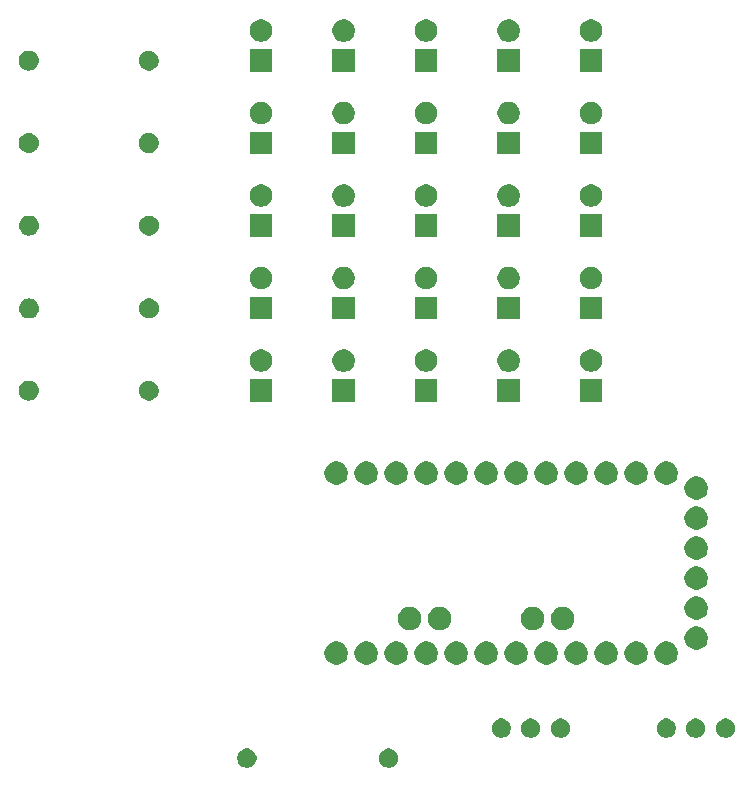
<source format=gbr>
G04 #@! TF.GenerationSoftware,KiCad,Pcbnew,(5.0.2-5)-5*
G04 #@! TF.CreationDate,2022-03-24T12:02:08+00:00*
G04 #@! TF.ProjectId,bee-badge-2000,6265652d-6261-4646-9765-2d323030302e,rev?*
G04 #@! TF.SameCoordinates,Original*
G04 #@! TF.FileFunction,Soldermask,Bot*
G04 #@! TF.FilePolarity,Negative*
%FSLAX46Y46*%
G04 Gerber Fmt 4.6, Leading zero omitted, Abs format (unit mm)*
G04 Created by KiCad (PCBNEW (5.0.2-5)-5) date Thursday, 24 March 2022 at 12:02:08*
%MOMM*%
%LPD*%
G01*
G04 APERTURE LIST*
%ADD10C,0.100000*%
G04 APERTURE END LIST*
D10*
G36*
X148192142Y-83038242D02*
X148340102Y-83099530D01*
X148473258Y-83188502D01*
X148586498Y-83301742D01*
X148675470Y-83434898D01*
X148736758Y-83582858D01*
X148768000Y-83739925D01*
X148768000Y-83900075D01*
X148736758Y-84057142D01*
X148675470Y-84205102D01*
X148586498Y-84338258D01*
X148473258Y-84451498D01*
X148340102Y-84540470D01*
X148192142Y-84601758D01*
X148035075Y-84633000D01*
X147874925Y-84633000D01*
X147717858Y-84601758D01*
X147569898Y-84540470D01*
X147436742Y-84451498D01*
X147323502Y-84338258D01*
X147234530Y-84205102D01*
X147173242Y-84057142D01*
X147142000Y-83900075D01*
X147142000Y-83739925D01*
X147173242Y-83582858D01*
X147234530Y-83434898D01*
X147323502Y-83301742D01*
X147436742Y-83188502D01*
X147569898Y-83099530D01*
X147717858Y-83038242D01*
X147874925Y-83007000D01*
X148035075Y-83007000D01*
X148192142Y-83038242D01*
X148192142Y-83038242D01*
G37*
G36*
X136192142Y-83038242D02*
X136340102Y-83099530D01*
X136473258Y-83188502D01*
X136586498Y-83301742D01*
X136675470Y-83434898D01*
X136736758Y-83582858D01*
X136768000Y-83739925D01*
X136768000Y-83900075D01*
X136736758Y-84057142D01*
X136675470Y-84205102D01*
X136586498Y-84338258D01*
X136473258Y-84451498D01*
X136340102Y-84540470D01*
X136192142Y-84601758D01*
X136035075Y-84633000D01*
X135874925Y-84633000D01*
X135717858Y-84601758D01*
X135569898Y-84540470D01*
X135436742Y-84451498D01*
X135323502Y-84338258D01*
X135234530Y-84205102D01*
X135173242Y-84057142D01*
X135142000Y-83900075D01*
X135142000Y-83739925D01*
X135173242Y-83582858D01*
X135234530Y-83434898D01*
X135323502Y-83301742D01*
X135436742Y-83188502D01*
X135569898Y-83099530D01*
X135717858Y-83038242D01*
X135874925Y-83007000D01*
X136035075Y-83007000D01*
X136192142Y-83038242D01*
X136192142Y-83038242D01*
G37*
G36*
X171687142Y-80498242D02*
X171835102Y-80559530D01*
X171968258Y-80648502D01*
X172081498Y-80761742D01*
X172170470Y-80894898D01*
X172231758Y-81042858D01*
X172263000Y-81199925D01*
X172263000Y-81360075D01*
X172231758Y-81517142D01*
X172170470Y-81665102D01*
X172081498Y-81798258D01*
X171968258Y-81911498D01*
X171835102Y-82000470D01*
X171687142Y-82061758D01*
X171530075Y-82093000D01*
X171369925Y-82093000D01*
X171212858Y-82061758D01*
X171064898Y-82000470D01*
X170931742Y-81911498D01*
X170818502Y-81798258D01*
X170729530Y-81665102D01*
X170668242Y-81517142D01*
X170637000Y-81360075D01*
X170637000Y-81199925D01*
X170668242Y-81042858D01*
X170729530Y-80894898D01*
X170818502Y-80761742D01*
X170931742Y-80648502D01*
X171064898Y-80559530D01*
X171212858Y-80498242D01*
X171369925Y-80467000D01*
X171530075Y-80467000D01*
X171687142Y-80498242D01*
X171687142Y-80498242D01*
G37*
G36*
X162757142Y-80498242D02*
X162905102Y-80559530D01*
X163038258Y-80648502D01*
X163151498Y-80761742D01*
X163240470Y-80894898D01*
X163301758Y-81042858D01*
X163333000Y-81199925D01*
X163333000Y-81360075D01*
X163301758Y-81517142D01*
X163240470Y-81665102D01*
X163151498Y-81798258D01*
X163038258Y-81911498D01*
X162905102Y-82000470D01*
X162757142Y-82061758D01*
X162600075Y-82093000D01*
X162439925Y-82093000D01*
X162282858Y-82061758D01*
X162134898Y-82000470D01*
X162001742Y-81911498D01*
X161888502Y-81798258D01*
X161799530Y-81665102D01*
X161738242Y-81517142D01*
X161707000Y-81360075D01*
X161707000Y-81199925D01*
X161738242Y-81042858D01*
X161799530Y-80894898D01*
X161888502Y-80761742D01*
X162001742Y-80648502D01*
X162134898Y-80559530D01*
X162282858Y-80498242D01*
X162439925Y-80467000D01*
X162600075Y-80467000D01*
X162757142Y-80498242D01*
X162757142Y-80498242D01*
G37*
G36*
X160217142Y-80498242D02*
X160365102Y-80559530D01*
X160498258Y-80648502D01*
X160611498Y-80761742D01*
X160700470Y-80894898D01*
X160761758Y-81042858D01*
X160793000Y-81199925D01*
X160793000Y-81360075D01*
X160761758Y-81517142D01*
X160700470Y-81665102D01*
X160611498Y-81798258D01*
X160498258Y-81911498D01*
X160365102Y-82000470D01*
X160217142Y-82061758D01*
X160060075Y-82093000D01*
X159899925Y-82093000D01*
X159742858Y-82061758D01*
X159594898Y-82000470D01*
X159461742Y-81911498D01*
X159348502Y-81798258D01*
X159259530Y-81665102D01*
X159198242Y-81517142D01*
X159167000Y-81360075D01*
X159167000Y-81199925D01*
X159198242Y-81042858D01*
X159259530Y-80894898D01*
X159348502Y-80761742D01*
X159461742Y-80648502D01*
X159594898Y-80559530D01*
X159742858Y-80498242D01*
X159899925Y-80467000D01*
X160060075Y-80467000D01*
X160217142Y-80498242D01*
X160217142Y-80498242D01*
G37*
G36*
X157717142Y-80498242D02*
X157865102Y-80559530D01*
X157998258Y-80648502D01*
X158111498Y-80761742D01*
X158200470Y-80894898D01*
X158261758Y-81042858D01*
X158293000Y-81199925D01*
X158293000Y-81360075D01*
X158261758Y-81517142D01*
X158200470Y-81665102D01*
X158111498Y-81798258D01*
X157998258Y-81911498D01*
X157865102Y-82000470D01*
X157717142Y-82061758D01*
X157560075Y-82093000D01*
X157399925Y-82093000D01*
X157242858Y-82061758D01*
X157094898Y-82000470D01*
X156961742Y-81911498D01*
X156848502Y-81798258D01*
X156759530Y-81665102D01*
X156698242Y-81517142D01*
X156667000Y-81360075D01*
X156667000Y-81199925D01*
X156698242Y-81042858D01*
X156759530Y-80894898D01*
X156848502Y-80761742D01*
X156961742Y-80648502D01*
X157094898Y-80559530D01*
X157242858Y-80498242D01*
X157399925Y-80467000D01*
X157560075Y-80467000D01*
X157717142Y-80498242D01*
X157717142Y-80498242D01*
G37*
G36*
X174187142Y-80498242D02*
X174335102Y-80559530D01*
X174468258Y-80648502D01*
X174581498Y-80761742D01*
X174670470Y-80894898D01*
X174731758Y-81042858D01*
X174763000Y-81199925D01*
X174763000Y-81360075D01*
X174731758Y-81517142D01*
X174670470Y-81665102D01*
X174581498Y-81798258D01*
X174468258Y-81911498D01*
X174335102Y-82000470D01*
X174187142Y-82061758D01*
X174030075Y-82093000D01*
X173869925Y-82093000D01*
X173712858Y-82061758D01*
X173564898Y-82000470D01*
X173431742Y-81911498D01*
X173318502Y-81798258D01*
X173229530Y-81665102D01*
X173168242Y-81517142D01*
X173137000Y-81360075D01*
X173137000Y-81199925D01*
X173168242Y-81042858D01*
X173229530Y-80894898D01*
X173318502Y-80761742D01*
X173431742Y-80648502D01*
X173564898Y-80559530D01*
X173712858Y-80498242D01*
X173869925Y-80467000D01*
X174030075Y-80467000D01*
X174187142Y-80498242D01*
X174187142Y-80498242D01*
G37*
G36*
X176727142Y-80498242D02*
X176875102Y-80559530D01*
X177008258Y-80648502D01*
X177121498Y-80761742D01*
X177210470Y-80894898D01*
X177271758Y-81042858D01*
X177303000Y-81199925D01*
X177303000Y-81360075D01*
X177271758Y-81517142D01*
X177210470Y-81665102D01*
X177121498Y-81798258D01*
X177008258Y-81911498D01*
X176875102Y-82000470D01*
X176727142Y-82061758D01*
X176570075Y-82093000D01*
X176409925Y-82093000D01*
X176252858Y-82061758D01*
X176104898Y-82000470D01*
X175971742Y-81911498D01*
X175858502Y-81798258D01*
X175769530Y-81665102D01*
X175708242Y-81517142D01*
X175677000Y-81360075D01*
X175677000Y-81199925D01*
X175708242Y-81042858D01*
X175769530Y-80894898D01*
X175858502Y-80761742D01*
X175971742Y-80648502D01*
X176104898Y-80559530D01*
X176252858Y-80498242D01*
X176409925Y-80467000D01*
X176570075Y-80467000D01*
X176727142Y-80498242D01*
X176727142Y-80498242D01*
G37*
G36*
X151419003Y-73977275D02*
X151419005Y-73977276D01*
X151419006Y-73977276D01*
X151599320Y-74051964D01*
X151759410Y-74158933D01*
X151761601Y-74160397D01*
X151899603Y-74298399D01*
X151899605Y-74298402D01*
X152008036Y-74460680D01*
X152082724Y-74640994D01*
X152120800Y-74832415D01*
X152120800Y-75027585D01*
X152082724Y-75219006D01*
X152008036Y-75399320D01*
X152008035Y-75399321D01*
X151899603Y-75561601D01*
X151761601Y-75699603D01*
X151761598Y-75699605D01*
X151599320Y-75808036D01*
X151419006Y-75882724D01*
X151419005Y-75882724D01*
X151419003Y-75882725D01*
X151227587Y-75920800D01*
X151032413Y-75920800D01*
X150840997Y-75882725D01*
X150840995Y-75882724D01*
X150840994Y-75882724D01*
X150660680Y-75808036D01*
X150498402Y-75699605D01*
X150498399Y-75699603D01*
X150360397Y-75561601D01*
X150251965Y-75399321D01*
X150251964Y-75399320D01*
X150177276Y-75219006D01*
X150139200Y-75027585D01*
X150139200Y-74832415D01*
X150177276Y-74640994D01*
X150251964Y-74460680D01*
X150360395Y-74298402D01*
X150360397Y-74298399D01*
X150498399Y-74160397D01*
X150500590Y-74158933D01*
X150660680Y-74051964D01*
X150840994Y-73977276D01*
X150840995Y-73977276D01*
X150840997Y-73977275D01*
X151032413Y-73939200D01*
X151227587Y-73939200D01*
X151419003Y-73977275D01*
X151419003Y-73977275D01*
G37*
G36*
X148879003Y-73977275D02*
X148879005Y-73977276D01*
X148879006Y-73977276D01*
X149059320Y-74051964D01*
X149219410Y-74158933D01*
X149221601Y-74160397D01*
X149359603Y-74298399D01*
X149359605Y-74298402D01*
X149468036Y-74460680D01*
X149542724Y-74640994D01*
X149580800Y-74832415D01*
X149580800Y-75027585D01*
X149542724Y-75219006D01*
X149468036Y-75399320D01*
X149468035Y-75399321D01*
X149359603Y-75561601D01*
X149221601Y-75699603D01*
X149221598Y-75699605D01*
X149059320Y-75808036D01*
X148879006Y-75882724D01*
X148879005Y-75882724D01*
X148879003Y-75882725D01*
X148687587Y-75920800D01*
X148492413Y-75920800D01*
X148300997Y-75882725D01*
X148300995Y-75882724D01*
X148300994Y-75882724D01*
X148120680Y-75808036D01*
X147958402Y-75699605D01*
X147958399Y-75699603D01*
X147820397Y-75561601D01*
X147711965Y-75399321D01*
X147711964Y-75399320D01*
X147637276Y-75219006D01*
X147599200Y-75027585D01*
X147599200Y-74832415D01*
X147637276Y-74640994D01*
X147711964Y-74460680D01*
X147820395Y-74298402D01*
X147820397Y-74298399D01*
X147958399Y-74160397D01*
X147960590Y-74158933D01*
X148120680Y-74051964D01*
X148300994Y-73977276D01*
X148300995Y-73977276D01*
X148300997Y-73977275D01*
X148492413Y-73939200D01*
X148687587Y-73939200D01*
X148879003Y-73977275D01*
X148879003Y-73977275D01*
G37*
G36*
X146339003Y-73977275D02*
X146339005Y-73977276D01*
X146339006Y-73977276D01*
X146519320Y-74051964D01*
X146679410Y-74158933D01*
X146681601Y-74160397D01*
X146819603Y-74298399D01*
X146819605Y-74298402D01*
X146928036Y-74460680D01*
X147002724Y-74640994D01*
X147040800Y-74832415D01*
X147040800Y-75027585D01*
X147002724Y-75219006D01*
X146928036Y-75399320D01*
X146928035Y-75399321D01*
X146819603Y-75561601D01*
X146681601Y-75699603D01*
X146681598Y-75699605D01*
X146519320Y-75808036D01*
X146339006Y-75882724D01*
X146339005Y-75882724D01*
X146339003Y-75882725D01*
X146147587Y-75920800D01*
X145952413Y-75920800D01*
X145760997Y-75882725D01*
X145760995Y-75882724D01*
X145760994Y-75882724D01*
X145580680Y-75808036D01*
X145418402Y-75699605D01*
X145418399Y-75699603D01*
X145280397Y-75561601D01*
X145171965Y-75399321D01*
X145171964Y-75399320D01*
X145097276Y-75219006D01*
X145059200Y-75027585D01*
X145059200Y-74832415D01*
X145097276Y-74640994D01*
X145171964Y-74460680D01*
X145280395Y-74298402D01*
X145280397Y-74298399D01*
X145418399Y-74160397D01*
X145420590Y-74158933D01*
X145580680Y-74051964D01*
X145760994Y-73977276D01*
X145760995Y-73977276D01*
X145760997Y-73977275D01*
X145952413Y-73939200D01*
X146147587Y-73939200D01*
X146339003Y-73977275D01*
X146339003Y-73977275D01*
G37*
G36*
X143799003Y-73977275D02*
X143799005Y-73977276D01*
X143799006Y-73977276D01*
X143979320Y-74051964D01*
X144139410Y-74158933D01*
X144141601Y-74160397D01*
X144279603Y-74298399D01*
X144279605Y-74298402D01*
X144388036Y-74460680D01*
X144462724Y-74640994D01*
X144500800Y-74832415D01*
X144500800Y-75027585D01*
X144462724Y-75219006D01*
X144388036Y-75399320D01*
X144388035Y-75399321D01*
X144279603Y-75561601D01*
X144141601Y-75699603D01*
X144141598Y-75699605D01*
X143979320Y-75808036D01*
X143799006Y-75882724D01*
X143799005Y-75882724D01*
X143799003Y-75882725D01*
X143607587Y-75920800D01*
X143412413Y-75920800D01*
X143220997Y-75882725D01*
X143220995Y-75882724D01*
X143220994Y-75882724D01*
X143040680Y-75808036D01*
X142878402Y-75699605D01*
X142878399Y-75699603D01*
X142740397Y-75561601D01*
X142631965Y-75399321D01*
X142631964Y-75399320D01*
X142557276Y-75219006D01*
X142519200Y-75027585D01*
X142519200Y-74832415D01*
X142557276Y-74640994D01*
X142631964Y-74460680D01*
X142740395Y-74298402D01*
X142740397Y-74298399D01*
X142878399Y-74160397D01*
X142880590Y-74158933D01*
X143040680Y-74051964D01*
X143220994Y-73977276D01*
X143220995Y-73977276D01*
X143220997Y-73977275D01*
X143412413Y-73939200D01*
X143607587Y-73939200D01*
X143799003Y-73977275D01*
X143799003Y-73977275D01*
G37*
G36*
X153959003Y-73977275D02*
X153959005Y-73977276D01*
X153959006Y-73977276D01*
X154139320Y-74051964D01*
X154299410Y-74158933D01*
X154301601Y-74160397D01*
X154439603Y-74298399D01*
X154439605Y-74298402D01*
X154548036Y-74460680D01*
X154622724Y-74640994D01*
X154660800Y-74832415D01*
X154660800Y-75027585D01*
X154622724Y-75219006D01*
X154548036Y-75399320D01*
X154548035Y-75399321D01*
X154439603Y-75561601D01*
X154301601Y-75699603D01*
X154301598Y-75699605D01*
X154139320Y-75808036D01*
X153959006Y-75882724D01*
X153959005Y-75882724D01*
X153959003Y-75882725D01*
X153767587Y-75920800D01*
X153572413Y-75920800D01*
X153380997Y-75882725D01*
X153380995Y-75882724D01*
X153380994Y-75882724D01*
X153200680Y-75808036D01*
X153038402Y-75699605D01*
X153038399Y-75699603D01*
X152900397Y-75561601D01*
X152791965Y-75399321D01*
X152791964Y-75399320D01*
X152717276Y-75219006D01*
X152679200Y-75027585D01*
X152679200Y-74832415D01*
X152717276Y-74640994D01*
X152791964Y-74460680D01*
X152900395Y-74298402D01*
X152900397Y-74298399D01*
X153038399Y-74160397D01*
X153040590Y-74158933D01*
X153200680Y-74051964D01*
X153380994Y-73977276D01*
X153380995Y-73977276D01*
X153380997Y-73977275D01*
X153572413Y-73939200D01*
X153767587Y-73939200D01*
X153959003Y-73977275D01*
X153959003Y-73977275D01*
G37*
G36*
X156499003Y-73977275D02*
X156499005Y-73977276D01*
X156499006Y-73977276D01*
X156679320Y-74051964D01*
X156839410Y-74158933D01*
X156841601Y-74160397D01*
X156979603Y-74298399D01*
X156979605Y-74298402D01*
X157088036Y-74460680D01*
X157162724Y-74640994D01*
X157200800Y-74832415D01*
X157200800Y-75027585D01*
X157162724Y-75219006D01*
X157088036Y-75399320D01*
X157088035Y-75399321D01*
X156979603Y-75561601D01*
X156841601Y-75699603D01*
X156841598Y-75699605D01*
X156679320Y-75808036D01*
X156499006Y-75882724D01*
X156499005Y-75882724D01*
X156499003Y-75882725D01*
X156307587Y-75920800D01*
X156112413Y-75920800D01*
X155920997Y-75882725D01*
X155920995Y-75882724D01*
X155920994Y-75882724D01*
X155740680Y-75808036D01*
X155578402Y-75699605D01*
X155578399Y-75699603D01*
X155440397Y-75561601D01*
X155331965Y-75399321D01*
X155331964Y-75399320D01*
X155257276Y-75219006D01*
X155219200Y-75027585D01*
X155219200Y-74832415D01*
X155257276Y-74640994D01*
X155331964Y-74460680D01*
X155440395Y-74298402D01*
X155440397Y-74298399D01*
X155578399Y-74160397D01*
X155580590Y-74158933D01*
X155740680Y-74051964D01*
X155920994Y-73977276D01*
X155920995Y-73977276D01*
X155920997Y-73977275D01*
X156112413Y-73939200D01*
X156307587Y-73939200D01*
X156499003Y-73977275D01*
X156499003Y-73977275D01*
G37*
G36*
X159039003Y-73977275D02*
X159039005Y-73977276D01*
X159039006Y-73977276D01*
X159219320Y-74051964D01*
X159379410Y-74158933D01*
X159381601Y-74160397D01*
X159519603Y-74298399D01*
X159519605Y-74298402D01*
X159628036Y-74460680D01*
X159702724Y-74640994D01*
X159740800Y-74832415D01*
X159740800Y-75027585D01*
X159702724Y-75219006D01*
X159628036Y-75399320D01*
X159628035Y-75399321D01*
X159519603Y-75561601D01*
X159381601Y-75699603D01*
X159381598Y-75699605D01*
X159219320Y-75808036D01*
X159039006Y-75882724D01*
X159039005Y-75882724D01*
X159039003Y-75882725D01*
X158847587Y-75920800D01*
X158652413Y-75920800D01*
X158460997Y-75882725D01*
X158460995Y-75882724D01*
X158460994Y-75882724D01*
X158280680Y-75808036D01*
X158118402Y-75699605D01*
X158118399Y-75699603D01*
X157980397Y-75561601D01*
X157871965Y-75399321D01*
X157871964Y-75399320D01*
X157797276Y-75219006D01*
X157759200Y-75027585D01*
X157759200Y-74832415D01*
X157797276Y-74640994D01*
X157871964Y-74460680D01*
X157980395Y-74298402D01*
X157980397Y-74298399D01*
X158118399Y-74160397D01*
X158120590Y-74158933D01*
X158280680Y-74051964D01*
X158460994Y-73977276D01*
X158460995Y-73977276D01*
X158460997Y-73977275D01*
X158652413Y-73939200D01*
X158847587Y-73939200D01*
X159039003Y-73977275D01*
X159039003Y-73977275D01*
G37*
G36*
X161579003Y-73977275D02*
X161579005Y-73977276D01*
X161579006Y-73977276D01*
X161759320Y-74051964D01*
X161919410Y-74158933D01*
X161921601Y-74160397D01*
X162059603Y-74298399D01*
X162059605Y-74298402D01*
X162168036Y-74460680D01*
X162242724Y-74640994D01*
X162280800Y-74832415D01*
X162280800Y-75027585D01*
X162242724Y-75219006D01*
X162168036Y-75399320D01*
X162168035Y-75399321D01*
X162059603Y-75561601D01*
X161921601Y-75699603D01*
X161921598Y-75699605D01*
X161759320Y-75808036D01*
X161579006Y-75882724D01*
X161579005Y-75882724D01*
X161579003Y-75882725D01*
X161387587Y-75920800D01*
X161192413Y-75920800D01*
X161000997Y-75882725D01*
X161000995Y-75882724D01*
X161000994Y-75882724D01*
X160820680Y-75808036D01*
X160658402Y-75699605D01*
X160658399Y-75699603D01*
X160520397Y-75561601D01*
X160411965Y-75399321D01*
X160411964Y-75399320D01*
X160337276Y-75219006D01*
X160299200Y-75027585D01*
X160299200Y-74832415D01*
X160337276Y-74640994D01*
X160411964Y-74460680D01*
X160520395Y-74298402D01*
X160520397Y-74298399D01*
X160658399Y-74160397D01*
X160660590Y-74158933D01*
X160820680Y-74051964D01*
X161000994Y-73977276D01*
X161000995Y-73977276D01*
X161000997Y-73977275D01*
X161192413Y-73939200D01*
X161387587Y-73939200D01*
X161579003Y-73977275D01*
X161579003Y-73977275D01*
G37*
G36*
X164119003Y-73977275D02*
X164119005Y-73977276D01*
X164119006Y-73977276D01*
X164299320Y-74051964D01*
X164459410Y-74158933D01*
X164461601Y-74160397D01*
X164599603Y-74298399D01*
X164599605Y-74298402D01*
X164708036Y-74460680D01*
X164782724Y-74640994D01*
X164820800Y-74832415D01*
X164820800Y-75027585D01*
X164782724Y-75219006D01*
X164708036Y-75399320D01*
X164708035Y-75399321D01*
X164599603Y-75561601D01*
X164461601Y-75699603D01*
X164461598Y-75699605D01*
X164299320Y-75808036D01*
X164119006Y-75882724D01*
X164119005Y-75882724D01*
X164119003Y-75882725D01*
X163927587Y-75920800D01*
X163732413Y-75920800D01*
X163540997Y-75882725D01*
X163540995Y-75882724D01*
X163540994Y-75882724D01*
X163360680Y-75808036D01*
X163198402Y-75699605D01*
X163198399Y-75699603D01*
X163060397Y-75561601D01*
X162951965Y-75399321D01*
X162951964Y-75399320D01*
X162877276Y-75219006D01*
X162839200Y-75027585D01*
X162839200Y-74832415D01*
X162877276Y-74640994D01*
X162951964Y-74460680D01*
X163060395Y-74298402D01*
X163060397Y-74298399D01*
X163198399Y-74160397D01*
X163200590Y-74158933D01*
X163360680Y-74051964D01*
X163540994Y-73977276D01*
X163540995Y-73977276D01*
X163540997Y-73977275D01*
X163732413Y-73939200D01*
X163927587Y-73939200D01*
X164119003Y-73977275D01*
X164119003Y-73977275D01*
G37*
G36*
X166659003Y-73977275D02*
X166659005Y-73977276D01*
X166659006Y-73977276D01*
X166839320Y-74051964D01*
X166999410Y-74158933D01*
X167001601Y-74160397D01*
X167139603Y-74298399D01*
X167139605Y-74298402D01*
X167248036Y-74460680D01*
X167322724Y-74640994D01*
X167360800Y-74832415D01*
X167360800Y-75027585D01*
X167322724Y-75219006D01*
X167248036Y-75399320D01*
X167248035Y-75399321D01*
X167139603Y-75561601D01*
X167001601Y-75699603D01*
X167001598Y-75699605D01*
X166839320Y-75808036D01*
X166659006Y-75882724D01*
X166659005Y-75882724D01*
X166659003Y-75882725D01*
X166467587Y-75920800D01*
X166272413Y-75920800D01*
X166080997Y-75882725D01*
X166080995Y-75882724D01*
X166080994Y-75882724D01*
X165900680Y-75808036D01*
X165738402Y-75699605D01*
X165738399Y-75699603D01*
X165600397Y-75561601D01*
X165491965Y-75399321D01*
X165491964Y-75399320D01*
X165417276Y-75219006D01*
X165379200Y-75027585D01*
X165379200Y-74832415D01*
X165417276Y-74640994D01*
X165491964Y-74460680D01*
X165600395Y-74298402D01*
X165600397Y-74298399D01*
X165738399Y-74160397D01*
X165740590Y-74158933D01*
X165900680Y-74051964D01*
X166080994Y-73977276D01*
X166080995Y-73977276D01*
X166080997Y-73977275D01*
X166272413Y-73939200D01*
X166467587Y-73939200D01*
X166659003Y-73977275D01*
X166659003Y-73977275D01*
G37*
G36*
X169199003Y-73977275D02*
X169199005Y-73977276D01*
X169199006Y-73977276D01*
X169379320Y-74051964D01*
X169539410Y-74158933D01*
X169541601Y-74160397D01*
X169679603Y-74298399D01*
X169679605Y-74298402D01*
X169788036Y-74460680D01*
X169862724Y-74640994D01*
X169900800Y-74832415D01*
X169900800Y-75027585D01*
X169862724Y-75219006D01*
X169788036Y-75399320D01*
X169788035Y-75399321D01*
X169679603Y-75561601D01*
X169541601Y-75699603D01*
X169541598Y-75699605D01*
X169379320Y-75808036D01*
X169199006Y-75882724D01*
X169199005Y-75882724D01*
X169199003Y-75882725D01*
X169007587Y-75920800D01*
X168812413Y-75920800D01*
X168620997Y-75882725D01*
X168620995Y-75882724D01*
X168620994Y-75882724D01*
X168440680Y-75808036D01*
X168278402Y-75699605D01*
X168278399Y-75699603D01*
X168140397Y-75561601D01*
X168031965Y-75399321D01*
X168031964Y-75399320D01*
X167957276Y-75219006D01*
X167919200Y-75027585D01*
X167919200Y-74832415D01*
X167957276Y-74640994D01*
X168031964Y-74460680D01*
X168140395Y-74298402D01*
X168140397Y-74298399D01*
X168278399Y-74160397D01*
X168280590Y-74158933D01*
X168440680Y-74051964D01*
X168620994Y-73977276D01*
X168620995Y-73977276D01*
X168620997Y-73977275D01*
X168812413Y-73939200D01*
X169007587Y-73939200D01*
X169199003Y-73977275D01*
X169199003Y-73977275D01*
G37*
G36*
X171739003Y-73977275D02*
X171739005Y-73977276D01*
X171739006Y-73977276D01*
X171919320Y-74051964D01*
X172079410Y-74158933D01*
X172081601Y-74160397D01*
X172219603Y-74298399D01*
X172219605Y-74298402D01*
X172328036Y-74460680D01*
X172402724Y-74640994D01*
X172440800Y-74832415D01*
X172440800Y-75027585D01*
X172402724Y-75219006D01*
X172328036Y-75399320D01*
X172328035Y-75399321D01*
X172219603Y-75561601D01*
X172081601Y-75699603D01*
X172081598Y-75699605D01*
X171919320Y-75808036D01*
X171739006Y-75882724D01*
X171739005Y-75882724D01*
X171739003Y-75882725D01*
X171547587Y-75920800D01*
X171352413Y-75920800D01*
X171160997Y-75882725D01*
X171160995Y-75882724D01*
X171160994Y-75882724D01*
X170980680Y-75808036D01*
X170818402Y-75699605D01*
X170818399Y-75699603D01*
X170680397Y-75561601D01*
X170571965Y-75399321D01*
X170571964Y-75399320D01*
X170497276Y-75219006D01*
X170459200Y-75027585D01*
X170459200Y-74832415D01*
X170497276Y-74640994D01*
X170571964Y-74460680D01*
X170680395Y-74298402D01*
X170680397Y-74298399D01*
X170818399Y-74160397D01*
X170820590Y-74158933D01*
X170980680Y-74051964D01*
X171160994Y-73977276D01*
X171160995Y-73977276D01*
X171160997Y-73977275D01*
X171352413Y-73939200D01*
X171547587Y-73939200D01*
X171739003Y-73977275D01*
X171739003Y-73977275D01*
G37*
G36*
X174279003Y-72707275D02*
X174279005Y-72707276D01*
X174279006Y-72707276D01*
X174459320Y-72781964D01*
X174459321Y-72781965D01*
X174621601Y-72890397D01*
X174759603Y-73028399D01*
X174759605Y-73028402D01*
X174868036Y-73190680D01*
X174942724Y-73370994D01*
X174980800Y-73562415D01*
X174980800Y-73757585D01*
X174942724Y-73949006D01*
X174868036Y-74129320D01*
X174868035Y-74129321D01*
X174759603Y-74291601D01*
X174621601Y-74429603D01*
X174621598Y-74429605D01*
X174459320Y-74538036D01*
X174279006Y-74612724D01*
X174279005Y-74612724D01*
X174279003Y-74612725D01*
X174087587Y-74650800D01*
X173892413Y-74650800D01*
X173700997Y-74612725D01*
X173700995Y-74612724D01*
X173700994Y-74612724D01*
X173520680Y-74538036D01*
X173358402Y-74429605D01*
X173358399Y-74429603D01*
X173220397Y-74291601D01*
X173111965Y-74129321D01*
X173111964Y-74129320D01*
X173037276Y-73949006D01*
X172999200Y-73757585D01*
X172999200Y-73562415D01*
X173037276Y-73370994D01*
X173111964Y-73190680D01*
X173220395Y-73028402D01*
X173220397Y-73028399D01*
X173358399Y-72890397D01*
X173520679Y-72781965D01*
X173520680Y-72781964D01*
X173700994Y-72707276D01*
X173700995Y-72707276D01*
X173700997Y-72707275D01*
X173892413Y-72669200D01*
X174087587Y-72669200D01*
X174279003Y-72707275D01*
X174279003Y-72707275D01*
G37*
G36*
X162976003Y-71056275D02*
X162976005Y-71056276D01*
X162976006Y-71056276D01*
X163156320Y-71130964D01*
X163156321Y-71130965D01*
X163318601Y-71239397D01*
X163456603Y-71377399D01*
X163456605Y-71377402D01*
X163565036Y-71539680D01*
X163639724Y-71719994D01*
X163639725Y-71719997D01*
X163673462Y-71889605D01*
X163677800Y-71911415D01*
X163677800Y-72106585D01*
X163639724Y-72298006D01*
X163565036Y-72478320D01*
X163565035Y-72478321D01*
X163456603Y-72640601D01*
X163318601Y-72778603D01*
X163318598Y-72778605D01*
X163156320Y-72887036D01*
X162976006Y-72961724D01*
X162976005Y-72961724D01*
X162976003Y-72961725D01*
X162784587Y-72999800D01*
X162589413Y-72999800D01*
X162397997Y-72961725D01*
X162397995Y-72961724D01*
X162397994Y-72961724D01*
X162217680Y-72887036D01*
X162055402Y-72778605D01*
X162055399Y-72778603D01*
X161917397Y-72640601D01*
X161808965Y-72478321D01*
X161808964Y-72478320D01*
X161734276Y-72298006D01*
X161696200Y-72106585D01*
X161696200Y-71911415D01*
X161700538Y-71889605D01*
X161734275Y-71719997D01*
X161734276Y-71719994D01*
X161808964Y-71539680D01*
X161917395Y-71377402D01*
X161917397Y-71377399D01*
X162055399Y-71239397D01*
X162217679Y-71130965D01*
X162217680Y-71130964D01*
X162397994Y-71056276D01*
X162397995Y-71056276D01*
X162397997Y-71056275D01*
X162589413Y-71018200D01*
X162784587Y-71018200D01*
X162976003Y-71056275D01*
X162976003Y-71056275D01*
G37*
G36*
X160436003Y-71056275D02*
X160436005Y-71056276D01*
X160436006Y-71056276D01*
X160616320Y-71130964D01*
X160616321Y-71130965D01*
X160778601Y-71239397D01*
X160916603Y-71377399D01*
X160916605Y-71377402D01*
X161025036Y-71539680D01*
X161099724Y-71719994D01*
X161099725Y-71719997D01*
X161133462Y-71889605D01*
X161137800Y-71911415D01*
X161137800Y-72106585D01*
X161099724Y-72298006D01*
X161025036Y-72478320D01*
X161025035Y-72478321D01*
X160916603Y-72640601D01*
X160778601Y-72778603D01*
X160778598Y-72778605D01*
X160616320Y-72887036D01*
X160436006Y-72961724D01*
X160436005Y-72961724D01*
X160436003Y-72961725D01*
X160244587Y-72999800D01*
X160049413Y-72999800D01*
X159857997Y-72961725D01*
X159857995Y-72961724D01*
X159857994Y-72961724D01*
X159677680Y-72887036D01*
X159515402Y-72778605D01*
X159515399Y-72778603D01*
X159377397Y-72640601D01*
X159268965Y-72478321D01*
X159268964Y-72478320D01*
X159194276Y-72298006D01*
X159156200Y-72106585D01*
X159156200Y-71911415D01*
X159160538Y-71889605D01*
X159194275Y-71719997D01*
X159194276Y-71719994D01*
X159268964Y-71539680D01*
X159377395Y-71377402D01*
X159377397Y-71377399D01*
X159515399Y-71239397D01*
X159677679Y-71130965D01*
X159677680Y-71130964D01*
X159857994Y-71056276D01*
X159857995Y-71056276D01*
X159857997Y-71056275D01*
X160049413Y-71018200D01*
X160244587Y-71018200D01*
X160436003Y-71056275D01*
X160436003Y-71056275D01*
G37*
G36*
X152562003Y-71056275D02*
X152562005Y-71056276D01*
X152562006Y-71056276D01*
X152742320Y-71130964D01*
X152742321Y-71130965D01*
X152904601Y-71239397D01*
X153042603Y-71377399D01*
X153042605Y-71377402D01*
X153151036Y-71539680D01*
X153225724Y-71719994D01*
X153225725Y-71719997D01*
X153259462Y-71889605D01*
X153263800Y-71911415D01*
X153263800Y-72106585D01*
X153225724Y-72298006D01*
X153151036Y-72478320D01*
X153151035Y-72478321D01*
X153042603Y-72640601D01*
X152904601Y-72778603D01*
X152904598Y-72778605D01*
X152742320Y-72887036D01*
X152562006Y-72961724D01*
X152562005Y-72961724D01*
X152562003Y-72961725D01*
X152370587Y-72999800D01*
X152175413Y-72999800D01*
X151983997Y-72961725D01*
X151983995Y-72961724D01*
X151983994Y-72961724D01*
X151803680Y-72887036D01*
X151641402Y-72778605D01*
X151641399Y-72778603D01*
X151503397Y-72640601D01*
X151394965Y-72478321D01*
X151394964Y-72478320D01*
X151320276Y-72298006D01*
X151282200Y-72106585D01*
X151282200Y-71911415D01*
X151286538Y-71889605D01*
X151320275Y-71719997D01*
X151320276Y-71719994D01*
X151394964Y-71539680D01*
X151503395Y-71377402D01*
X151503397Y-71377399D01*
X151641399Y-71239397D01*
X151803679Y-71130965D01*
X151803680Y-71130964D01*
X151983994Y-71056276D01*
X151983995Y-71056276D01*
X151983997Y-71056275D01*
X152175413Y-71018200D01*
X152370587Y-71018200D01*
X152562003Y-71056275D01*
X152562003Y-71056275D01*
G37*
G36*
X150022003Y-71056275D02*
X150022005Y-71056276D01*
X150022006Y-71056276D01*
X150202320Y-71130964D01*
X150202321Y-71130965D01*
X150364601Y-71239397D01*
X150502603Y-71377399D01*
X150502605Y-71377402D01*
X150611036Y-71539680D01*
X150685724Y-71719994D01*
X150685725Y-71719997D01*
X150719462Y-71889605D01*
X150723800Y-71911415D01*
X150723800Y-72106585D01*
X150685724Y-72298006D01*
X150611036Y-72478320D01*
X150611035Y-72478321D01*
X150502603Y-72640601D01*
X150364601Y-72778603D01*
X150364598Y-72778605D01*
X150202320Y-72887036D01*
X150022006Y-72961724D01*
X150022005Y-72961724D01*
X150022003Y-72961725D01*
X149830587Y-72999800D01*
X149635413Y-72999800D01*
X149443997Y-72961725D01*
X149443995Y-72961724D01*
X149443994Y-72961724D01*
X149263680Y-72887036D01*
X149101402Y-72778605D01*
X149101399Y-72778603D01*
X148963397Y-72640601D01*
X148854965Y-72478321D01*
X148854964Y-72478320D01*
X148780276Y-72298006D01*
X148742200Y-72106585D01*
X148742200Y-71911415D01*
X148746538Y-71889605D01*
X148780275Y-71719997D01*
X148780276Y-71719994D01*
X148854964Y-71539680D01*
X148963395Y-71377402D01*
X148963397Y-71377399D01*
X149101399Y-71239397D01*
X149263679Y-71130965D01*
X149263680Y-71130964D01*
X149443994Y-71056276D01*
X149443995Y-71056276D01*
X149443997Y-71056275D01*
X149635413Y-71018200D01*
X149830587Y-71018200D01*
X150022003Y-71056275D01*
X150022003Y-71056275D01*
G37*
G36*
X174279003Y-70167275D02*
X174279005Y-70167276D01*
X174279006Y-70167276D01*
X174459320Y-70241964D01*
X174459321Y-70241965D01*
X174621601Y-70350397D01*
X174759603Y-70488399D01*
X174759605Y-70488402D01*
X174868036Y-70650680D01*
X174942724Y-70830994D01*
X174942725Y-70830997D01*
X174980800Y-71022413D01*
X174980800Y-71217587D01*
X174949011Y-71377402D01*
X174942724Y-71409006D01*
X174868036Y-71589320D01*
X174868035Y-71589321D01*
X174759603Y-71751601D01*
X174621601Y-71889603D01*
X174621598Y-71889605D01*
X174459320Y-71998036D01*
X174279006Y-72072724D01*
X174279005Y-72072724D01*
X174279003Y-72072725D01*
X174087587Y-72110800D01*
X173892413Y-72110800D01*
X173700997Y-72072725D01*
X173700995Y-72072724D01*
X173700994Y-72072724D01*
X173520680Y-71998036D01*
X173358402Y-71889605D01*
X173358399Y-71889603D01*
X173220397Y-71751601D01*
X173111965Y-71589321D01*
X173111964Y-71589320D01*
X173037276Y-71409006D01*
X173030990Y-71377402D01*
X172999200Y-71217587D01*
X172999200Y-71022413D01*
X173037275Y-70830997D01*
X173037276Y-70830994D01*
X173111964Y-70650680D01*
X173220395Y-70488402D01*
X173220397Y-70488399D01*
X173358399Y-70350397D01*
X173520679Y-70241965D01*
X173520680Y-70241964D01*
X173700994Y-70167276D01*
X173700995Y-70167276D01*
X173700997Y-70167275D01*
X173892413Y-70129200D01*
X174087587Y-70129200D01*
X174279003Y-70167275D01*
X174279003Y-70167275D01*
G37*
G36*
X174279003Y-67627275D02*
X174279005Y-67627276D01*
X174279006Y-67627276D01*
X174459320Y-67701964D01*
X174459321Y-67701965D01*
X174621601Y-67810397D01*
X174759603Y-67948399D01*
X174759605Y-67948402D01*
X174868036Y-68110680D01*
X174942724Y-68290994D01*
X174980800Y-68482415D01*
X174980800Y-68677585D01*
X174942724Y-68869006D01*
X174868036Y-69049320D01*
X174868035Y-69049321D01*
X174759603Y-69211601D01*
X174621601Y-69349603D01*
X174621598Y-69349605D01*
X174459320Y-69458036D01*
X174279006Y-69532724D01*
X174279005Y-69532724D01*
X174279003Y-69532725D01*
X174087587Y-69570800D01*
X173892413Y-69570800D01*
X173700997Y-69532725D01*
X173700995Y-69532724D01*
X173700994Y-69532724D01*
X173520680Y-69458036D01*
X173358402Y-69349605D01*
X173358399Y-69349603D01*
X173220397Y-69211601D01*
X173111965Y-69049321D01*
X173111964Y-69049320D01*
X173037276Y-68869006D01*
X172999200Y-68677585D01*
X172999200Y-68482415D01*
X173037276Y-68290994D01*
X173111964Y-68110680D01*
X173220395Y-67948402D01*
X173220397Y-67948399D01*
X173358399Y-67810397D01*
X173520679Y-67701965D01*
X173520680Y-67701964D01*
X173700994Y-67627276D01*
X173700995Y-67627276D01*
X173700997Y-67627275D01*
X173892413Y-67589200D01*
X174087587Y-67589200D01*
X174279003Y-67627275D01*
X174279003Y-67627275D01*
G37*
G36*
X174279003Y-65087275D02*
X174279005Y-65087276D01*
X174279006Y-65087276D01*
X174459320Y-65161964D01*
X174459321Y-65161965D01*
X174621601Y-65270397D01*
X174759603Y-65408399D01*
X174759605Y-65408402D01*
X174868036Y-65570680D01*
X174942724Y-65750994D01*
X174980800Y-65942415D01*
X174980800Y-66137585D01*
X174942724Y-66329006D01*
X174868036Y-66509320D01*
X174868035Y-66509321D01*
X174759603Y-66671601D01*
X174621601Y-66809603D01*
X174621598Y-66809605D01*
X174459320Y-66918036D01*
X174279006Y-66992724D01*
X174279005Y-66992724D01*
X174279003Y-66992725D01*
X174087587Y-67030800D01*
X173892413Y-67030800D01*
X173700997Y-66992725D01*
X173700995Y-66992724D01*
X173700994Y-66992724D01*
X173520680Y-66918036D01*
X173358402Y-66809605D01*
X173358399Y-66809603D01*
X173220397Y-66671601D01*
X173111965Y-66509321D01*
X173111964Y-66509320D01*
X173037276Y-66329006D01*
X172999200Y-66137585D01*
X172999200Y-65942415D01*
X173037276Y-65750994D01*
X173111964Y-65570680D01*
X173220395Y-65408402D01*
X173220397Y-65408399D01*
X173358399Y-65270397D01*
X173520679Y-65161965D01*
X173520680Y-65161964D01*
X173700994Y-65087276D01*
X173700995Y-65087276D01*
X173700997Y-65087275D01*
X173892413Y-65049200D01*
X174087587Y-65049200D01*
X174279003Y-65087275D01*
X174279003Y-65087275D01*
G37*
G36*
X174279003Y-62547275D02*
X174279005Y-62547276D01*
X174279006Y-62547276D01*
X174459320Y-62621964D01*
X174459321Y-62621965D01*
X174621601Y-62730397D01*
X174759603Y-62868399D01*
X174759605Y-62868402D01*
X174868036Y-63030680D01*
X174942724Y-63210994D01*
X174980800Y-63402415D01*
X174980800Y-63597585D01*
X174942724Y-63789006D01*
X174868036Y-63969320D01*
X174868035Y-63969321D01*
X174759603Y-64131601D01*
X174621601Y-64269603D01*
X174621598Y-64269605D01*
X174459320Y-64378036D01*
X174279006Y-64452724D01*
X174279005Y-64452724D01*
X174279003Y-64452725D01*
X174087587Y-64490800D01*
X173892413Y-64490800D01*
X173700997Y-64452725D01*
X173700995Y-64452724D01*
X173700994Y-64452724D01*
X173520680Y-64378036D01*
X173358402Y-64269605D01*
X173358399Y-64269603D01*
X173220397Y-64131601D01*
X173111965Y-63969321D01*
X173111964Y-63969320D01*
X173037276Y-63789006D01*
X172999200Y-63597585D01*
X172999200Y-63402415D01*
X173037276Y-63210994D01*
X173111964Y-63030680D01*
X173220395Y-62868402D01*
X173220397Y-62868399D01*
X173358399Y-62730397D01*
X173520679Y-62621965D01*
X173520680Y-62621964D01*
X173700994Y-62547276D01*
X173700995Y-62547276D01*
X173700997Y-62547275D01*
X173892413Y-62509200D01*
X174087587Y-62509200D01*
X174279003Y-62547275D01*
X174279003Y-62547275D01*
G37*
G36*
X174279003Y-60007275D02*
X174279005Y-60007276D01*
X174279006Y-60007276D01*
X174459320Y-60081964D01*
X174619410Y-60188933D01*
X174621601Y-60190397D01*
X174759603Y-60328399D01*
X174759605Y-60328402D01*
X174868036Y-60490680D01*
X174942724Y-60670994D01*
X174980800Y-60862415D01*
X174980800Y-61057585D01*
X174942724Y-61249006D01*
X174868036Y-61429320D01*
X174868035Y-61429321D01*
X174759603Y-61591601D01*
X174621601Y-61729603D01*
X174621598Y-61729605D01*
X174459320Y-61838036D01*
X174279006Y-61912724D01*
X174279005Y-61912724D01*
X174279003Y-61912725D01*
X174087587Y-61950800D01*
X173892413Y-61950800D01*
X173700997Y-61912725D01*
X173700995Y-61912724D01*
X173700994Y-61912724D01*
X173520680Y-61838036D01*
X173358402Y-61729605D01*
X173358399Y-61729603D01*
X173220397Y-61591601D01*
X173111965Y-61429321D01*
X173111964Y-61429320D01*
X173037276Y-61249006D01*
X172999200Y-61057585D01*
X172999200Y-60862415D01*
X173037276Y-60670994D01*
X173111964Y-60490680D01*
X173220395Y-60328402D01*
X173220397Y-60328399D01*
X173358399Y-60190397D01*
X173360590Y-60188933D01*
X173520680Y-60081964D01*
X173700994Y-60007276D01*
X173700995Y-60007276D01*
X173700997Y-60007275D01*
X173892413Y-59969200D01*
X174087587Y-59969200D01*
X174279003Y-60007275D01*
X174279003Y-60007275D01*
G37*
G36*
X171739003Y-58737275D02*
X171739005Y-58737276D01*
X171739006Y-58737276D01*
X171919320Y-58811964D01*
X171919321Y-58811965D01*
X172081601Y-58920397D01*
X172219603Y-59058399D01*
X172219605Y-59058402D01*
X172328036Y-59220680D01*
X172402724Y-59400994D01*
X172440800Y-59592415D01*
X172440800Y-59787585D01*
X172402724Y-59979006D01*
X172328036Y-60159320D01*
X172328035Y-60159321D01*
X172219603Y-60321601D01*
X172081601Y-60459603D01*
X172081598Y-60459605D01*
X171919320Y-60568036D01*
X171739006Y-60642724D01*
X171739005Y-60642724D01*
X171739003Y-60642725D01*
X171547587Y-60680800D01*
X171352413Y-60680800D01*
X171160997Y-60642725D01*
X171160995Y-60642724D01*
X171160994Y-60642724D01*
X170980680Y-60568036D01*
X170818402Y-60459605D01*
X170818399Y-60459603D01*
X170680397Y-60321601D01*
X170571965Y-60159321D01*
X170571964Y-60159320D01*
X170497276Y-59979006D01*
X170459200Y-59787585D01*
X170459200Y-59592415D01*
X170497276Y-59400994D01*
X170571964Y-59220680D01*
X170680395Y-59058402D01*
X170680397Y-59058399D01*
X170818399Y-58920397D01*
X170980679Y-58811965D01*
X170980680Y-58811964D01*
X171160994Y-58737276D01*
X171160995Y-58737276D01*
X171160997Y-58737275D01*
X171352413Y-58699200D01*
X171547587Y-58699200D01*
X171739003Y-58737275D01*
X171739003Y-58737275D01*
G37*
G36*
X159039003Y-58737275D02*
X159039005Y-58737276D01*
X159039006Y-58737276D01*
X159219320Y-58811964D01*
X159219321Y-58811965D01*
X159381601Y-58920397D01*
X159519603Y-59058399D01*
X159519605Y-59058402D01*
X159628036Y-59220680D01*
X159702724Y-59400994D01*
X159740800Y-59592415D01*
X159740800Y-59787585D01*
X159702724Y-59979006D01*
X159628036Y-60159320D01*
X159628035Y-60159321D01*
X159519603Y-60321601D01*
X159381601Y-60459603D01*
X159381598Y-60459605D01*
X159219320Y-60568036D01*
X159039006Y-60642724D01*
X159039005Y-60642724D01*
X159039003Y-60642725D01*
X158847587Y-60680800D01*
X158652413Y-60680800D01*
X158460997Y-60642725D01*
X158460995Y-60642724D01*
X158460994Y-60642724D01*
X158280680Y-60568036D01*
X158118402Y-60459605D01*
X158118399Y-60459603D01*
X157980397Y-60321601D01*
X157871965Y-60159321D01*
X157871964Y-60159320D01*
X157797276Y-59979006D01*
X157759200Y-59787585D01*
X157759200Y-59592415D01*
X157797276Y-59400994D01*
X157871964Y-59220680D01*
X157980395Y-59058402D01*
X157980397Y-59058399D01*
X158118399Y-58920397D01*
X158280679Y-58811965D01*
X158280680Y-58811964D01*
X158460994Y-58737276D01*
X158460995Y-58737276D01*
X158460997Y-58737275D01*
X158652413Y-58699200D01*
X158847587Y-58699200D01*
X159039003Y-58737275D01*
X159039003Y-58737275D01*
G37*
G36*
X143799003Y-58737275D02*
X143799005Y-58737276D01*
X143799006Y-58737276D01*
X143979320Y-58811964D01*
X143979321Y-58811965D01*
X144141601Y-58920397D01*
X144279603Y-59058399D01*
X144279605Y-59058402D01*
X144388036Y-59220680D01*
X144462724Y-59400994D01*
X144500800Y-59592415D01*
X144500800Y-59787585D01*
X144462724Y-59979006D01*
X144388036Y-60159320D01*
X144388035Y-60159321D01*
X144279603Y-60321601D01*
X144141601Y-60459603D01*
X144141598Y-60459605D01*
X143979320Y-60568036D01*
X143799006Y-60642724D01*
X143799005Y-60642724D01*
X143799003Y-60642725D01*
X143607587Y-60680800D01*
X143412413Y-60680800D01*
X143220997Y-60642725D01*
X143220995Y-60642724D01*
X143220994Y-60642724D01*
X143040680Y-60568036D01*
X142878402Y-60459605D01*
X142878399Y-60459603D01*
X142740397Y-60321601D01*
X142631965Y-60159321D01*
X142631964Y-60159320D01*
X142557276Y-59979006D01*
X142519200Y-59787585D01*
X142519200Y-59592415D01*
X142557276Y-59400994D01*
X142631964Y-59220680D01*
X142740395Y-59058402D01*
X142740397Y-59058399D01*
X142878399Y-58920397D01*
X143040679Y-58811965D01*
X143040680Y-58811964D01*
X143220994Y-58737276D01*
X143220995Y-58737276D01*
X143220997Y-58737275D01*
X143412413Y-58699200D01*
X143607587Y-58699200D01*
X143799003Y-58737275D01*
X143799003Y-58737275D01*
G37*
G36*
X156499003Y-58737275D02*
X156499005Y-58737276D01*
X156499006Y-58737276D01*
X156679320Y-58811964D01*
X156679321Y-58811965D01*
X156841601Y-58920397D01*
X156979603Y-59058399D01*
X156979605Y-59058402D01*
X157088036Y-59220680D01*
X157162724Y-59400994D01*
X157200800Y-59592415D01*
X157200800Y-59787585D01*
X157162724Y-59979006D01*
X157088036Y-60159320D01*
X157088035Y-60159321D01*
X156979603Y-60321601D01*
X156841601Y-60459603D01*
X156841598Y-60459605D01*
X156679320Y-60568036D01*
X156499006Y-60642724D01*
X156499005Y-60642724D01*
X156499003Y-60642725D01*
X156307587Y-60680800D01*
X156112413Y-60680800D01*
X155920997Y-60642725D01*
X155920995Y-60642724D01*
X155920994Y-60642724D01*
X155740680Y-60568036D01*
X155578402Y-60459605D01*
X155578399Y-60459603D01*
X155440397Y-60321601D01*
X155331965Y-60159321D01*
X155331964Y-60159320D01*
X155257276Y-59979006D01*
X155219200Y-59787585D01*
X155219200Y-59592415D01*
X155257276Y-59400994D01*
X155331964Y-59220680D01*
X155440395Y-59058402D01*
X155440397Y-59058399D01*
X155578399Y-58920397D01*
X155740679Y-58811965D01*
X155740680Y-58811964D01*
X155920994Y-58737276D01*
X155920995Y-58737276D01*
X155920997Y-58737275D01*
X156112413Y-58699200D01*
X156307587Y-58699200D01*
X156499003Y-58737275D01*
X156499003Y-58737275D01*
G37*
G36*
X153959003Y-58737275D02*
X153959005Y-58737276D01*
X153959006Y-58737276D01*
X154139320Y-58811964D01*
X154139321Y-58811965D01*
X154301601Y-58920397D01*
X154439603Y-59058399D01*
X154439605Y-59058402D01*
X154548036Y-59220680D01*
X154622724Y-59400994D01*
X154660800Y-59592415D01*
X154660800Y-59787585D01*
X154622724Y-59979006D01*
X154548036Y-60159320D01*
X154548035Y-60159321D01*
X154439603Y-60321601D01*
X154301601Y-60459603D01*
X154301598Y-60459605D01*
X154139320Y-60568036D01*
X153959006Y-60642724D01*
X153959005Y-60642724D01*
X153959003Y-60642725D01*
X153767587Y-60680800D01*
X153572413Y-60680800D01*
X153380997Y-60642725D01*
X153380995Y-60642724D01*
X153380994Y-60642724D01*
X153200680Y-60568036D01*
X153038402Y-60459605D01*
X153038399Y-60459603D01*
X152900397Y-60321601D01*
X152791965Y-60159321D01*
X152791964Y-60159320D01*
X152717276Y-59979006D01*
X152679200Y-59787585D01*
X152679200Y-59592415D01*
X152717276Y-59400994D01*
X152791964Y-59220680D01*
X152900395Y-59058402D01*
X152900397Y-59058399D01*
X153038399Y-58920397D01*
X153200679Y-58811965D01*
X153200680Y-58811964D01*
X153380994Y-58737276D01*
X153380995Y-58737276D01*
X153380997Y-58737275D01*
X153572413Y-58699200D01*
X153767587Y-58699200D01*
X153959003Y-58737275D01*
X153959003Y-58737275D01*
G37*
G36*
X151419003Y-58737275D02*
X151419005Y-58737276D01*
X151419006Y-58737276D01*
X151599320Y-58811964D01*
X151599321Y-58811965D01*
X151761601Y-58920397D01*
X151899603Y-59058399D01*
X151899605Y-59058402D01*
X152008036Y-59220680D01*
X152082724Y-59400994D01*
X152120800Y-59592415D01*
X152120800Y-59787585D01*
X152082724Y-59979006D01*
X152008036Y-60159320D01*
X152008035Y-60159321D01*
X151899603Y-60321601D01*
X151761601Y-60459603D01*
X151761598Y-60459605D01*
X151599320Y-60568036D01*
X151419006Y-60642724D01*
X151419005Y-60642724D01*
X151419003Y-60642725D01*
X151227587Y-60680800D01*
X151032413Y-60680800D01*
X150840997Y-60642725D01*
X150840995Y-60642724D01*
X150840994Y-60642724D01*
X150660680Y-60568036D01*
X150498402Y-60459605D01*
X150498399Y-60459603D01*
X150360397Y-60321601D01*
X150251965Y-60159321D01*
X150251964Y-60159320D01*
X150177276Y-59979006D01*
X150139200Y-59787585D01*
X150139200Y-59592415D01*
X150177276Y-59400994D01*
X150251964Y-59220680D01*
X150360395Y-59058402D01*
X150360397Y-59058399D01*
X150498399Y-58920397D01*
X150660679Y-58811965D01*
X150660680Y-58811964D01*
X150840994Y-58737276D01*
X150840995Y-58737276D01*
X150840997Y-58737275D01*
X151032413Y-58699200D01*
X151227587Y-58699200D01*
X151419003Y-58737275D01*
X151419003Y-58737275D01*
G37*
G36*
X161579003Y-58737275D02*
X161579005Y-58737276D01*
X161579006Y-58737276D01*
X161759320Y-58811964D01*
X161759321Y-58811965D01*
X161921601Y-58920397D01*
X162059603Y-59058399D01*
X162059605Y-59058402D01*
X162168036Y-59220680D01*
X162242724Y-59400994D01*
X162280800Y-59592415D01*
X162280800Y-59787585D01*
X162242724Y-59979006D01*
X162168036Y-60159320D01*
X162168035Y-60159321D01*
X162059603Y-60321601D01*
X161921601Y-60459603D01*
X161921598Y-60459605D01*
X161759320Y-60568036D01*
X161579006Y-60642724D01*
X161579005Y-60642724D01*
X161579003Y-60642725D01*
X161387587Y-60680800D01*
X161192413Y-60680800D01*
X161000997Y-60642725D01*
X161000995Y-60642724D01*
X161000994Y-60642724D01*
X160820680Y-60568036D01*
X160658402Y-60459605D01*
X160658399Y-60459603D01*
X160520397Y-60321601D01*
X160411965Y-60159321D01*
X160411964Y-60159320D01*
X160337276Y-59979006D01*
X160299200Y-59787585D01*
X160299200Y-59592415D01*
X160337276Y-59400994D01*
X160411964Y-59220680D01*
X160520395Y-59058402D01*
X160520397Y-59058399D01*
X160658399Y-58920397D01*
X160820679Y-58811965D01*
X160820680Y-58811964D01*
X161000994Y-58737276D01*
X161000995Y-58737276D01*
X161000997Y-58737275D01*
X161192413Y-58699200D01*
X161387587Y-58699200D01*
X161579003Y-58737275D01*
X161579003Y-58737275D01*
G37*
G36*
X146339003Y-58737275D02*
X146339005Y-58737276D01*
X146339006Y-58737276D01*
X146519320Y-58811964D01*
X146519321Y-58811965D01*
X146681601Y-58920397D01*
X146819603Y-59058399D01*
X146819605Y-59058402D01*
X146928036Y-59220680D01*
X147002724Y-59400994D01*
X147040800Y-59592415D01*
X147040800Y-59787585D01*
X147002724Y-59979006D01*
X146928036Y-60159320D01*
X146928035Y-60159321D01*
X146819603Y-60321601D01*
X146681601Y-60459603D01*
X146681598Y-60459605D01*
X146519320Y-60568036D01*
X146339006Y-60642724D01*
X146339005Y-60642724D01*
X146339003Y-60642725D01*
X146147587Y-60680800D01*
X145952413Y-60680800D01*
X145760997Y-60642725D01*
X145760995Y-60642724D01*
X145760994Y-60642724D01*
X145580680Y-60568036D01*
X145418402Y-60459605D01*
X145418399Y-60459603D01*
X145280397Y-60321601D01*
X145171965Y-60159321D01*
X145171964Y-60159320D01*
X145097276Y-59979006D01*
X145059200Y-59787585D01*
X145059200Y-59592415D01*
X145097276Y-59400994D01*
X145171964Y-59220680D01*
X145280395Y-59058402D01*
X145280397Y-59058399D01*
X145418399Y-58920397D01*
X145580679Y-58811965D01*
X145580680Y-58811964D01*
X145760994Y-58737276D01*
X145760995Y-58737276D01*
X145760997Y-58737275D01*
X145952413Y-58699200D01*
X146147587Y-58699200D01*
X146339003Y-58737275D01*
X146339003Y-58737275D01*
G37*
G36*
X164119003Y-58737275D02*
X164119005Y-58737276D01*
X164119006Y-58737276D01*
X164299320Y-58811964D01*
X164299321Y-58811965D01*
X164461601Y-58920397D01*
X164599603Y-59058399D01*
X164599605Y-59058402D01*
X164708036Y-59220680D01*
X164782724Y-59400994D01*
X164820800Y-59592415D01*
X164820800Y-59787585D01*
X164782724Y-59979006D01*
X164708036Y-60159320D01*
X164708035Y-60159321D01*
X164599603Y-60321601D01*
X164461601Y-60459603D01*
X164461598Y-60459605D01*
X164299320Y-60568036D01*
X164119006Y-60642724D01*
X164119005Y-60642724D01*
X164119003Y-60642725D01*
X163927587Y-60680800D01*
X163732413Y-60680800D01*
X163540997Y-60642725D01*
X163540995Y-60642724D01*
X163540994Y-60642724D01*
X163360680Y-60568036D01*
X163198402Y-60459605D01*
X163198399Y-60459603D01*
X163060397Y-60321601D01*
X162951965Y-60159321D01*
X162951964Y-60159320D01*
X162877276Y-59979006D01*
X162839200Y-59787585D01*
X162839200Y-59592415D01*
X162877276Y-59400994D01*
X162951964Y-59220680D01*
X163060395Y-59058402D01*
X163060397Y-59058399D01*
X163198399Y-58920397D01*
X163360679Y-58811965D01*
X163360680Y-58811964D01*
X163540994Y-58737276D01*
X163540995Y-58737276D01*
X163540997Y-58737275D01*
X163732413Y-58699200D01*
X163927587Y-58699200D01*
X164119003Y-58737275D01*
X164119003Y-58737275D01*
G37*
G36*
X148879003Y-58737275D02*
X148879005Y-58737276D01*
X148879006Y-58737276D01*
X149059320Y-58811964D01*
X149059321Y-58811965D01*
X149221601Y-58920397D01*
X149359603Y-59058399D01*
X149359605Y-59058402D01*
X149468036Y-59220680D01*
X149542724Y-59400994D01*
X149580800Y-59592415D01*
X149580800Y-59787585D01*
X149542724Y-59979006D01*
X149468036Y-60159320D01*
X149468035Y-60159321D01*
X149359603Y-60321601D01*
X149221601Y-60459603D01*
X149221598Y-60459605D01*
X149059320Y-60568036D01*
X148879006Y-60642724D01*
X148879005Y-60642724D01*
X148879003Y-60642725D01*
X148687587Y-60680800D01*
X148492413Y-60680800D01*
X148300997Y-60642725D01*
X148300995Y-60642724D01*
X148300994Y-60642724D01*
X148120680Y-60568036D01*
X147958402Y-60459605D01*
X147958399Y-60459603D01*
X147820397Y-60321601D01*
X147711965Y-60159321D01*
X147711964Y-60159320D01*
X147637276Y-59979006D01*
X147599200Y-59787585D01*
X147599200Y-59592415D01*
X147637276Y-59400994D01*
X147711964Y-59220680D01*
X147820395Y-59058402D01*
X147820397Y-59058399D01*
X147958399Y-58920397D01*
X148120679Y-58811965D01*
X148120680Y-58811964D01*
X148300994Y-58737276D01*
X148300995Y-58737276D01*
X148300997Y-58737275D01*
X148492413Y-58699200D01*
X148687587Y-58699200D01*
X148879003Y-58737275D01*
X148879003Y-58737275D01*
G37*
G36*
X166659003Y-58737275D02*
X166659005Y-58737276D01*
X166659006Y-58737276D01*
X166839320Y-58811964D01*
X166839321Y-58811965D01*
X167001601Y-58920397D01*
X167139603Y-59058399D01*
X167139605Y-59058402D01*
X167248036Y-59220680D01*
X167322724Y-59400994D01*
X167360800Y-59592415D01*
X167360800Y-59787585D01*
X167322724Y-59979006D01*
X167248036Y-60159320D01*
X167248035Y-60159321D01*
X167139603Y-60321601D01*
X167001601Y-60459603D01*
X167001598Y-60459605D01*
X166839320Y-60568036D01*
X166659006Y-60642724D01*
X166659005Y-60642724D01*
X166659003Y-60642725D01*
X166467587Y-60680800D01*
X166272413Y-60680800D01*
X166080997Y-60642725D01*
X166080995Y-60642724D01*
X166080994Y-60642724D01*
X165900680Y-60568036D01*
X165738402Y-60459605D01*
X165738399Y-60459603D01*
X165600397Y-60321601D01*
X165491965Y-60159321D01*
X165491964Y-60159320D01*
X165417276Y-59979006D01*
X165379200Y-59787585D01*
X165379200Y-59592415D01*
X165417276Y-59400994D01*
X165491964Y-59220680D01*
X165600395Y-59058402D01*
X165600397Y-59058399D01*
X165738399Y-58920397D01*
X165900679Y-58811965D01*
X165900680Y-58811964D01*
X166080994Y-58737276D01*
X166080995Y-58737276D01*
X166080997Y-58737275D01*
X166272413Y-58699200D01*
X166467587Y-58699200D01*
X166659003Y-58737275D01*
X166659003Y-58737275D01*
G37*
G36*
X169199003Y-58737275D02*
X169199005Y-58737276D01*
X169199006Y-58737276D01*
X169379320Y-58811964D01*
X169379321Y-58811965D01*
X169541601Y-58920397D01*
X169679603Y-59058399D01*
X169679605Y-59058402D01*
X169788036Y-59220680D01*
X169862724Y-59400994D01*
X169900800Y-59592415D01*
X169900800Y-59787585D01*
X169862724Y-59979006D01*
X169788036Y-60159320D01*
X169788035Y-60159321D01*
X169679603Y-60321601D01*
X169541601Y-60459603D01*
X169541598Y-60459605D01*
X169379320Y-60568036D01*
X169199006Y-60642724D01*
X169199005Y-60642724D01*
X169199003Y-60642725D01*
X169007587Y-60680800D01*
X168812413Y-60680800D01*
X168620997Y-60642725D01*
X168620995Y-60642724D01*
X168620994Y-60642724D01*
X168440680Y-60568036D01*
X168278402Y-60459605D01*
X168278399Y-60459603D01*
X168140397Y-60321601D01*
X168031965Y-60159321D01*
X168031964Y-60159320D01*
X167957276Y-59979006D01*
X167919200Y-59787585D01*
X167919200Y-59592415D01*
X167957276Y-59400994D01*
X168031964Y-59220680D01*
X168140395Y-59058402D01*
X168140397Y-59058399D01*
X168278399Y-58920397D01*
X168440679Y-58811965D01*
X168440680Y-58811964D01*
X168620994Y-58737276D01*
X168620995Y-58737276D01*
X168620997Y-58737275D01*
X168812413Y-58699200D01*
X169007587Y-58699200D01*
X169199003Y-58737275D01*
X169199003Y-58737275D01*
G37*
G36*
X166051000Y-53656000D02*
X164149000Y-53656000D01*
X164149000Y-51754000D01*
X166051000Y-51754000D01*
X166051000Y-53656000D01*
X166051000Y-53656000D01*
G37*
G36*
X159066000Y-53656000D02*
X157164000Y-53656000D01*
X157164000Y-51754000D01*
X159066000Y-51754000D01*
X159066000Y-53656000D01*
X159066000Y-53656000D01*
G37*
G36*
X138111000Y-53656000D02*
X136209000Y-53656000D01*
X136209000Y-51754000D01*
X138111000Y-51754000D01*
X138111000Y-53656000D01*
X138111000Y-53656000D01*
G37*
G36*
X152081000Y-53656000D02*
X150179000Y-53656000D01*
X150179000Y-51754000D01*
X152081000Y-51754000D01*
X152081000Y-53656000D01*
X152081000Y-53656000D01*
G37*
G36*
X145096000Y-53656000D02*
X143194000Y-53656000D01*
X143194000Y-51754000D01*
X145096000Y-51754000D01*
X145096000Y-53656000D01*
X145096000Y-53656000D01*
G37*
G36*
X117641821Y-51866313D02*
X117641824Y-51866314D01*
X117641825Y-51866314D01*
X117802239Y-51914975D01*
X117802241Y-51914976D01*
X117802244Y-51914977D01*
X117950078Y-51993995D01*
X118079659Y-52100341D01*
X118186005Y-52229922D01*
X118265023Y-52377756D01*
X118265024Y-52377759D01*
X118265025Y-52377761D01*
X118313686Y-52538175D01*
X118313687Y-52538179D01*
X118330117Y-52705000D01*
X118313687Y-52871821D01*
X118313686Y-52871824D01*
X118313686Y-52871825D01*
X118288993Y-52953228D01*
X118265023Y-53032244D01*
X118186005Y-53180078D01*
X118079659Y-53309659D01*
X117950078Y-53416005D01*
X117802244Y-53495023D01*
X117802241Y-53495024D01*
X117802239Y-53495025D01*
X117641825Y-53543686D01*
X117641824Y-53543686D01*
X117641821Y-53543687D01*
X117516804Y-53556000D01*
X117433196Y-53556000D01*
X117308179Y-53543687D01*
X117308176Y-53543686D01*
X117308175Y-53543686D01*
X117147761Y-53495025D01*
X117147759Y-53495024D01*
X117147756Y-53495023D01*
X116999922Y-53416005D01*
X116870341Y-53309659D01*
X116763995Y-53180078D01*
X116684977Y-53032244D01*
X116661008Y-52953228D01*
X116636314Y-52871825D01*
X116636314Y-52871824D01*
X116636313Y-52871821D01*
X116619883Y-52705000D01*
X116636313Y-52538179D01*
X116636314Y-52538175D01*
X116684975Y-52377761D01*
X116684976Y-52377759D01*
X116684977Y-52377756D01*
X116763995Y-52229922D01*
X116870341Y-52100341D01*
X116999922Y-51993995D01*
X117147756Y-51914977D01*
X117147759Y-51914976D01*
X117147761Y-51914975D01*
X117308175Y-51866314D01*
X117308176Y-51866314D01*
X117308179Y-51866313D01*
X117433196Y-51854000D01*
X117516804Y-51854000D01*
X117641821Y-51866313D01*
X117641821Y-51866313D01*
G37*
G36*
X127883228Y-51886703D02*
X128038100Y-51950853D01*
X128177481Y-52043985D01*
X128296015Y-52162519D01*
X128389147Y-52301900D01*
X128453297Y-52456772D01*
X128486000Y-52621184D01*
X128486000Y-52788816D01*
X128453297Y-52953228D01*
X128389147Y-53108100D01*
X128296015Y-53247481D01*
X128177481Y-53366015D01*
X128038100Y-53459147D01*
X127883228Y-53523297D01*
X127718816Y-53556000D01*
X127551184Y-53556000D01*
X127386772Y-53523297D01*
X127231900Y-53459147D01*
X127092519Y-53366015D01*
X126973985Y-53247481D01*
X126880853Y-53108100D01*
X126816703Y-52953228D01*
X126784000Y-52788816D01*
X126784000Y-52621184D01*
X126816703Y-52456772D01*
X126880853Y-52301900D01*
X126973985Y-52162519D01*
X127092519Y-52043985D01*
X127231900Y-51950853D01*
X127386772Y-51886703D01*
X127551184Y-51854000D01*
X127718816Y-51854000D01*
X127883228Y-51886703D01*
X127883228Y-51886703D01*
G37*
G36*
X158392396Y-49250546D02*
X158565466Y-49322234D01*
X158721230Y-49426312D01*
X158853688Y-49558770D01*
X158957766Y-49714534D01*
X159029454Y-49887604D01*
X159066000Y-50071333D01*
X159066000Y-50258667D01*
X159029454Y-50442396D01*
X158957766Y-50615466D01*
X158853688Y-50771230D01*
X158721230Y-50903688D01*
X158565466Y-51007766D01*
X158392396Y-51079454D01*
X158208667Y-51116000D01*
X158021333Y-51116000D01*
X157837604Y-51079454D01*
X157664534Y-51007766D01*
X157508770Y-50903688D01*
X157376312Y-50771230D01*
X157272234Y-50615466D01*
X157200546Y-50442396D01*
X157164000Y-50258667D01*
X157164000Y-50071333D01*
X157200546Y-49887604D01*
X157272234Y-49714534D01*
X157376312Y-49558770D01*
X157508770Y-49426312D01*
X157664534Y-49322234D01*
X157837604Y-49250546D01*
X158021333Y-49214000D01*
X158208667Y-49214000D01*
X158392396Y-49250546D01*
X158392396Y-49250546D01*
G37*
G36*
X165377396Y-49250546D02*
X165550466Y-49322234D01*
X165706230Y-49426312D01*
X165838688Y-49558770D01*
X165942766Y-49714534D01*
X166014454Y-49887604D01*
X166051000Y-50071333D01*
X166051000Y-50258667D01*
X166014454Y-50442396D01*
X165942766Y-50615466D01*
X165838688Y-50771230D01*
X165706230Y-50903688D01*
X165550466Y-51007766D01*
X165377396Y-51079454D01*
X165193667Y-51116000D01*
X165006333Y-51116000D01*
X164822604Y-51079454D01*
X164649534Y-51007766D01*
X164493770Y-50903688D01*
X164361312Y-50771230D01*
X164257234Y-50615466D01*
X164185546Y-50442396D01*
X164149000Y-50258667D01*
X164149000Y-50071333D01*
X164185546Y-49887604D01*
X164257234Y-49714534D01*
X164361312Y-49558770D01*
X164493770Y-49426312D01*
X164649534Y-49322234D01*
X164822604Y-49250546D01*
X165006333Y-49214000D01*
X165193667Y-49214000D01*
X165377396Y-49250546D01*
X165377396Y-49250546D01*
G37*
G36*
X151407396Y-49250546D02*
X151580466Y-49322234D01*
X151736230Y-49426312D01*
X151868688Y-49558770D01*
X151972766Y-49714534D01*
X152044454Y-49887604D01*
X152081000Y-50071333D01*
X152081000Y-50258667D01*
X152044454Y-50442396D01*
X151972766Y-50615466D01*
X151868688Y-50771230D01*
X151736230Y-50903688D01*
X151580466Y-51007766D01*
X151407396Y-51079454D01*
X151223667Y-51116000D01*
X151036333Y-51116000D01*
X150852604Y-51079454D01*
X150679534Y-51007766D01*
X150523770Y-50903688D01*
X150391312Y-50771230D01*
X150287234Y-50615466D01*
X150215546Y-50442396D01*
X150179000Y-50258667D01*
X150179000Y-50071333D01*
X150215546Y-49887604D01*
X150287234Y-49714534D01*
X150391312Y-49558770D01*
X150523770Y-49426312D01*
X150679534Y-49322234D01*
X150852604Y-49250546D01*
X151036333Y-49214000D01*
X151223667Y-49214000D01*
X151407396Y-49250546D01*
X151407396Y-49250546D01*
G37*
G36*
X137437396Y-49250546D02*
X137610466Y-49322234D01*
X137766230Y-49426312D01*
X137898688Y-49558770D01*
X138002766Y-49714534D01*
X138074454Y-49887604D01*
X138111000Y-50071333D01*
X138111000Y-50258667D01*
X138074454Y-50442396D01*
X138002766Y-50615466D01*
X137898688Y-50771230D01*
X137766230Y-50903688D01*
X137610466Y-51007766D01*
X137437396Y-51079454D01*
X137253667Y-51116000D01*
X137066333Y-51116000D01*
X136882604Y-51079454D01*
X136709534Y-51007766D01*
X136553770Y-50903688D01*
X136421312Y-50771230D01*
X136317234Y-50615466D01*
X136245546Y-50442396D01*
X136209000Y-50258667D01*
X136209000Y-50071333D01*
X136245546Y-49887604D01*
X136317234Y-49714534D01*
X136421312Y-49558770D01*
X136553770Y-49426312D01*
X136709534Y-49322234D01*
X136882604Y-49250546D01*
X137066333Y-49214000D01*
X137253667Y-49214000D01*
X137437396Y-49250546D01*
X137437396Y-49250546D01*
G37*
G36*
X144422396Y-49250546D02*
X144595466Y-49322234D01*
X144751230Y-49426312D01*
X144883688Y-49558770D01*
X144987766Y-49714534D01*
X145059454Y-49887604D01*
X145096000Y-50071333D01*
X145096000Y-50258667D01*
X145059454Y-50442396D01*
X144987766Y-50615466D01*
X144883688Y-50771230D01*
X144751230Y-50903688D01*
X144595466Y-51007766D01*
X144422396Y-51079454D01*
X144238667Y-51116000D01*
X144051333Y-51116000D01*
X143867604Y-51079454D01*
X143694534Y-51007766D01*
X143538770Y-50903688D01*
X143406312Y-50771230D01*
X143302234Y-50615466D01*
X143230546Y-50442396D01*
X143194000Y-50258667D01*
X143194000Y-50071333D01*
X143230546Y-49887604D01*
X143302234Y-49714534D01*
X143406312Y-49558770D01*
X143538770Y-49426312D01*
X143694534Y-49322234D01*
X143867604Y-49250546D01*
X144051333Y-49214000D01*
X144238667Y-49214000D01*
X144422396Y-49250546D01*
X144422396Y-49250546D01*
G37*
G36*
X159066000Y-46671000D02*
X157164000Y-46671000D01*
X157164000Y-44769000D01*
X159066000Y-44769000D01*
X159066000Y-46671000D01*
X159066000Y-46671000D01*
G37*
G36*
X166051000Y-46671000D02*
X164149000Y-46671000D01*
X164149000Y-44769000D01*
X166051000Y-44769000D01*
X166051000Y-46671000D01*
X166051000Y-46671000D01*
G37*
G36*
X152081000Y-46671000D02*
X150179000Y-46671000D01*
X150179000Y-44769000D01*
X152081000Y-44769000D01*
X152081000Y-46671000D01*
X152081000Y-46671000D01*
G37*
G36*
X138111000Y-46671000D02*
X136209000Y-46671000D01*
X136209000Y-44769000D01*
X138111000Y-44769000D01*
X138111000Y-46671000D01*
X138111000Y-46671000D01*
G37*
G36*
X145096000Y-46671000D02*
X143194000Y-46671000D01*
X143194000Y-44769000D01*
X145096000Y-44769000D01*
X145096000Y-46671000D01*
X145096000Y-46671000D01*
G37*
G36*
X127908228Y-44931703D02*
X128063100Y-44995853D01*
X128202481Y-45088985D01*
X128321015Y-45207519D01*
X128414147Y-45346900D01*
X128478297Y-45501772D01*
X128511000Y-45666184D01*
X128511000Y-45833816D01*
X128478297Y-45998228D01*
X128414147Y-46153100D01*
X128321015Y-46292481D01*
X128202481Y-46411015D01*
X128063100Y-46504147D01*
X127908228Y-46568297D01*
X127743816Y-46601000D01*
X127576184Y-46601000D01*
X127411772Y-46568297D01*
X127256900Y-46504147D01*
X127117519Y-46411015D01*
X126998985Y-46292481D01*
X126905853Y-46153100D01*
X126841703Y-45998228D01*
X126809000Y-45833816D01*
X126809000Y-45666184D01*
X126841703Y-45501772D01*
X126905853Y-45346900D01*
X126998985Y-45207519D01*
X127117519Y-45088985D01*
X127256900Y-44995853D01*
X127411772Y-44931703D01*
X127576184Y-44899000D01*
X127743816Y-44899000D01*
X127908228Y-44931703D01*
X127908228Y-44931703D01*
G37*
G36*
X117666821Y-44911313D02*
X117666824Y-44911314D01*
X117666825Y-44911314D01*
X117827239Y-44959975D01*
X117827241Y-44959976D01*
X117827244Y-44959977D01*
X117975078Y-45038995D01*
X118104659Y-45145341D01*
X118211005Y-45274922D01*
X118290023Y-45422756D01*
X118290024Y-45422759D01*
X118290025Y-45422761D01*
X118338686Y-45583175D01*
X118338687Y-45583179D01*
X118355117Y-45750000D01*
X118338687Y-45916821D01*
X118338686Y-45916824D01*
X118338686Y-45916825D01*
X118313993Y-45998228D01*
X118290023Y-46077244D01*
X118211005Y-46225078D01*
X118104659Y-46354659D01*
X117975078Y-46461005D01*
X117827244Y-46540023D01*
X117827241Y-46540024D01*
X117827239Y-46540025D01*
X117666825Y-46588686D01*
X117666824Y-46588686D01*
X117666821Y-46588687D01*
X117541804Y-46601000D01*
X117458196Y-46601000D01*
X117333179Y-46588687D01*
X117333176Y-46588686D01*
X117333175Y-46588686D01*
X117172761Y-46540025D01*
X117172759Y-46540024D01*
X117172756Y-46540023D01*
X117024922Y-46461005D01*
X116895341Y-46354659D01*
X116788995Y-46225078D01*
X116709977Y-46077244D01*
X116686008Y-45998228D01*
X116661314Y-45916825D01*
X116661314Y-45916824D01*
X116661313Y-45916821D01*
X116644883Y-45750000D01*
X116661313Y-45583179D01*
X116661314Y-45583175D01*
X116709975Y-45422761D01*
X116709976Y-45422759D01*
X116709977Y-45422756D01*
X116788995Y-45274922D01*
X116895341Y-45145341D01*
X117024922Y-45038995D01*
X117172756Y-44959977D01*
X117172759Y-44959976D01*
X117172761Y-44959975D01*
X117333175Y-44911314D01*
X117333176Y-44911314D01*
X117333179Y-44911313D01*
X117458196Y-44899000D01*
X117541804Y-44899000D01*
X117666821Y-44911313D01*
X117666821Y-44911313D01*
G37*
G36*
X165377396Y-42265546D02*
X165550466Y-42337234D01*
X165706230Y-42441312D01*
X165838688Y-42573770D01*
X165942766Y-42729534D01*
X166014454Y-42902604D01*
X166051000Y-43086333D01*
X166051000Y-43273667D01*
X166014454Y-43457396D01*
X165942766Y-43630466D01*
X165838688Y-43786230D01*
X165706230Y-43918688D01*
X165550466Y-44022766D01*
X165377396Y-44094454D01*
X165193667Y-44131000D01*
X165006333Y-44131000D01*
X164822604Y-44094454D01*
X164649534Y-44022766D01*
X164493770Y-43918688D01*
X164361312Y-43786230D01*
X164257234Y-43630466D01*
X164185546Y-43457396D01*
X164149000Y-43273667D01*
X164149000Y-43086333D01*
X164185546Y-42902604D01*
X164257234Y-42729534D01*
X164361312Y-42573770D01*
X164493770Y-42441312D01*
X164649534Y-42337234D01*
X164822604Y-42265546D01*
X165006333Y-42229000D01*
X165193667Y-42229000D01*
X165377396Y-42265546D01*
X165377396Y-42265546D01*
G37*
G36*
X144422396Y-42265546D02*
X144595466Y-42337234D01*
X144751230Y-42441312D01*
X144883688Y-42573770D01*
X144987766Y-42729534D01*
X145059454Y-42902604D01*
X145096000Y-43086333D01*
X145096000Y-43273667D01*
X145059454Y-43457396D01*
X144987766Y-43630466D01*
X144883688Y-43786230D01*
X144751230Y-43918688D01*
X144595466Y-44022766D01*
X144422396Y-44094454D01*
X144238667Y-44131000D01*
X144051333Y-44131000D01*
X143867604Y-44094454D01*
X143694534Y-44022766D01*
X143538770Y-43918688D01*
X143406312Y-43786230D01*
X143302234Y-43630466D01*
X143230546Y-43457396D01*
X143194000Y-43273667D01*
X143194000Y-43086333D01*
X143230546Y-42902604D01*
X143302234Y-42729534D01*
X143406312Y-42573770D01*
X143538770Y-42441312D01*
X143694534Y-42337234D01*
X143867604Y-42265546D01*
X144051333Y-42229000D01*
X144238667Y-42229000D01*
X144422396Y-42265546D01*
X144422396Y-42265546D01*
G37*
G36*
X158392396Y-42265546D02*
X158565466Y-42337234D01*
X158721230Y-42441312D01*
X158853688Y-42573770D01*
X158957766Y-42729534D01*
X159029454Y-42902604D01*
X159066000Y-43086333D01*
X159066000Y-43273667D01*
X159029454Y-43457396D01*
X158957766Y-43630466D01*
X158853688Y-43786230D01*
X158721230Y-43918688D01*
X158565466Y-44022766D01*
X158392396Y-44094454D01*
X158208667Y-44131000D01*
X158021333Y-44131000D01*
X157837604Y-44094454D01*
X157664534Y-44022766D01*
X157508770Y-43918688D01*
X157376312Y-43786230D01*
X157272234Y-43630466D01*
X157200546Y-43457396D01*
X157164000Y-43273667D01*
X157164000Y-43086333D01*
X157200546Y-42902604D01*
X157272234Y-42729534D01*
X157376312Y-42573770D01*
X157508770Y-42441312D01*
X157664534Y-42337234D01*
X157837604Y-42265546D01*
X158021333Y-42229000D01*
X158208667Y-42229000D01*
X158392396Y-42265546D01*
X158392396Y-42265546D01*
G37*
G36*
X151407396Y-42265546D02*
X151580466Y-42337234D01*
X151736230Y-42441312D01*
X151868688Y-42573770D01*
X151972766Y-42729534D01*
X152044454Y-42902604D01*
X152081000Y-43086333D01*
X152081000Y-43273667D01*
X152044454Y-43457396D01*
X151972766Y-43630466D01*
X151868688Y-43786230D01*
X151736230Y-43918688D01*
X151580466Y-44022766D01*
X151407396Y-44094454D01*
X151223667Y-44131000D01*
X151036333Y-44131000D01*
X150852604Y-44094454D01*
X150679534Y-44022766D01*
X150523770Y-43918688D01*
X150391312Y-43786230D01*
X150287234Y-43630466D01*
X150215546Y-43457396D01*
X150179000Y-43273667D01*
X150179000Y-43086333D01*
X150215546Y-42902604D01*
X150287234Y-42729534D01*
X150391312Y-42573770D01*
X150523770Y-42441312D01*
X150679534Y-42337234D01*
X150852604Y-42265546D01*
X151036333Y-42229000D01*
X151223667Y-42229000D01*
X151407396Y-42265546D01*
X151407396Y-42265546D01*
G37*
G36*
X137437396Y-42265546D02*
X137610466Y-42337234D01*
X137766230Y-42441312D01*
X137898688Y-42573770D01*
X138002766Y-42729534D01*
X138074454Y-42902604D01*
X138111000Y-43086333D01*
X138111000Y-43273667D01*
X138074454Y-43457396D01*
X138002766Y-43630466D01*
X137898688Y-43786230D01*
X137766230Y-43918688D01*
X137610466Y-44022766D01*
X137437396Y-44094454D01*
X137253667Y-44131000D01*
X137066333Y-44131000D01*
X136882604Y-44094454D01*
X136709534Y-44022766D01*
X136553770Y-43918688D01*
X136421312Y-43786230D01*
X136317234Y-43630466D01*
X136245546Y-43457396D01*
X136209000Y-43273667D01*
X136209000Y-43086333D01*
X136245546Y-42902604D01*
X136317234Y-42729534D01*
X136421312Y-42573770D01*
X136553770Y-42441312D01*
X136709534Y-42337234D01*
X136882604Y-42265546D01*
X137066333Y-42229000D01*
X137253667Y-42229000D01*
X137437396Y-42265546D01*
X137437396Y-42265546D01*
G37*
G36*
X138111000Y-39686000D02*
X136209000Y-39686000D01*
X136209000Y-37784000D01*
X138111000Y-37784000D01*
X138111000Y-39686000D01*
X138111000Y-39686000D01*
G37*
G36*
X145096000Y-39686000D02*
X143194000Y-39686000D01*
X143194000Y-37784000D01*
X145096000Y-37784000D01*
X145096000Y-39686000D01*
X145096000Y-39686000D01*
G37*
G36*
X166051000Y-39686000D02*
X164149000Y-39686000D01*
X164149000Y-37784000D01*
X166051000Y-37784000D01*
X166051000Y-39686000D01*
X166051000Y-39686000D01*
G37*
G36*
X152081000Y-39686000D02*
X150179000Y-39686000D01*
X150179000Y-37784000D01*
X152081000Y-37784000D01*
X152081000Y-39686000D01*
X152081000Y-39686000D01*
G37*
G36*
X159066000Y-39686000D02*
X157164000Y-39686000D01*
X157164000Y-37784000D01*
X159066000Y-37784000D01*
X159066000Y-39686000D01*
X159066000Y-39686000D01*
G37*
G36*
X127908228Y-37916703D02*
X128063100Y-37980853D01*
X128202481Y-38073985D01*
X128321015Y-38192519D01*
X128414147Y-38331900D01*
X128478297Y-38486772D01*
X128511000Y-38651184D01*
X128511000Y-38818816D01*
X128478297Y-38983228D01*
X128414147Y-39138100D01*
X128321015Y-39277481D01*
X128202481Y-39396015D01*
X128063100Y-39489147D01*
X127908228Y-39553297D01*
X127743816Y-39586000D01*
X127576184Y-39586000D01*
X127411772Y-39553297D01*
X127256900Y-39489147D01*
X127117519Y-39396015D01*
X126998985Y-39277481D01*
X126905853Y-39138100D01*
X126841703Y-38983228D01*
X126809000Y-38818816D01*
X126809000Y-38651184D01*
X126841703Y-38486772D01*
X126905853Y-38331900D01*
X126998985Y-38192519D01*
X127117519Y-38073985D01*
X127256900Y-37980853D01*
X127411772Y-37916703D01*
X127576184Y-37884000D01*
X127743816Y-37884000D01*
X127908228Y-37916703D01*
X127908228Y-37916703D01*
G37*
G36*
X117666821Y-37896313D02*
X117666824Y-37896314D01*
X117666825Y-37896314D01*
X117827239Y-37944975D01*
X117827241Y-37944976D01*
X117827244Y-37944977D01*
X117975078Y-38023995D01*
X118104659Y-38130341D01*
X118211005Y-38259922D01*
X118290023Y-38407756D01*
X118290024Y-38407759D01*
X118290025Y-38407761D01*
X118338686Y-38568175D01*
X118338687Y-38568179D01*
X118355117Y-38735000D01*
X118338687Y-38901821D01*
X118338686Y-38901824D01*
X118338686Y-38901825D01*
X118313993Y-38983228D01*
X118290023Y-39062244D01*
X118211005Y-39210078D01*
X118104659Y-39339659D01*
X117975078Y-39446005D01*
X117827244Y-39525023D01*
X117827241Y-39525024D01*
X117827239Y-39525025D01*
X117666825Y-39573686D01*
X117666824Y-39573686D01*
X117666821Y-39573687D01*
X117541804Y-39586000D01*
X117458196Y-39586000D01*
X117333179Y-39573687D01*
X117333176Y-39573686D01*
X117333175Y-39573686D01*
X117172761Y-39525025D01*
X117172759Y-39525024D01*
X117172756Y-39525023D01*
X117024922Y-39446005D01*
X116895341Y-39339659D01*
X116788995Y-39210078D01*
X116709977Y-39062244D01*
X116686008Y-38983228D01*
X116661314Y-38901825D01*
X116661314Y-38901824D01*
X116661313Y-38901821D01*
X116644883Y-38735000D01*
X116661313Y-38568179D01*
X116661314Y-38568175D01*
X116709975Y-38407761D01*
X116709976Y-38407759D01*
X116709977Y-38407756D01*
X116788995Y-38259922D01*
X116895341Y-38130341D01*
X117024922Y-38023995D01*
X117172756Y-37944977D01*
X117172759Y-37944976D01*
X117172761Y-37944975D01*
X117333175Y-37896314D01*
X117333176Y-37896314D01*
X117333179Y-37896313D01*
X117458196Y-37884000D01*
X117541804Y-37884000D01*
X117666821Y-37896313D01*
X117666821Y-37896313D01*
G37*
G36*
X165377396Y-35280546D02*
X165550466Y-35352234D01*
X165706230Y-35456312D01*
X165838688Y-35588770D01*
X165942766Y-35744534D01*
X166014454Y-35917604D01*
X166051000Y-36101333D01*
X166051000Y-36288667D01*
X166014454Y-36472396D01*
X165942766Y-36645466D01*
X165838688Y-36801230D01*
X165706230Y-36933688D01*
X165550466Y-37037766D01*
X165377396Y-37109454D01*
X165193667Y-37146000D01*
X165006333Y-37146000D01*
X164822604Y-37109454D01*
X164649534Y-37037766D01*
X164493770Y-36933688D01*
X164361312Y-36801230D01*
X164257234Y-36645466D01*
X164185546Y-36472396D01*
X164149000Y-36288667D01*
X164149000Y-36101333D01*
X164185546Y-35917604D01*
X164257234Y-35744534D01*
X164361312Y-35588770D01*
X164493770Y-35456312D01*
X164649534Y-35352234D01*
X164822604Y-35280546D01*
X165006333Y-35244000D01*
X165193667Y-35244000D01*
X165377396Y-35280546D01*
X165377396Y-35280546D01*
G37*
G36*
X158392396Y-35280546D02*
X158565466Y-35352234D01*
X158721230Y-35456312D01*
X158853688Y-35588770D01*
X158957766Y-35744534D01*
X159029454Y-35917604D01*
X159066000Y-36101333D01*
X159066000Y-36288667D01*
X159029454Y-36472396D01*
X158957766Y-36645466D01*
X158853688Y-36801230D01*
X158721230Y-36933688D01*
X158565466Y-37037766D01*
X158392396Y-37109454D01*
X158208667Y-37146000D01*
X158021333Y-37146000D01*
X157837604Y-37109454D01*
X157664534Y-37037766D01*
X157508770Y-36933688D01*
X157376312Y-36801230D01*
X157272234Y-36645466D01*
X157200546Y-36472396D01*
X157164000Y-36288667D01*
X157164000Y-36101333D01*
X157200546Y-35917604D01*
X157272234Y-35744534D01*
X157376312Y-35588770D01*
X157508770Y-35456312D01*
X157664534Y-35352234D01*
X157837604Y-35280546D01*
X158021333Y-35244000D01*
X158208667Y-35244000D01*
X158392396Y-35280546D01*
X158392396Y-35280546D01*
G37*
G36*
X137437396Y-35280546D02*
X137610466Y-35352234D01*
X137766230Y-35456312D01*
X137898688Y-35588770D01*
X138002766Y-35744534D01*
X138074454Y-35917604D01*
X138111000Y-36101333D01*
X138111000Y-36288667D01*
X138074454Y-36472396D01*
X138002766Y-36645466D01*
X137898688Y-36801230D01*
X137766230Y-36933688D01*
X137610466Y-37037766D01*
X137437396Y-37109454D01*
X137253667Y-37146000D01*
X137066333Y-37146000D01*
X136882604Y-37109454D01*
X136709534Y-37037766D01*
X136553770Y-36933688D01*
X136421312Y-36801230D01*
X136317234Y-36645466D01*
X136245546Y-36472396D01*
X136209000Y-36288667D01*
X136209000Y-36101333D01*
X136245546Y-35917604D01*
X136317234Y-35744534D01*
X136421312Y-35588770D01*
X136553770Y-35456312D01*
X136709534Y-35352234D01*
X136882604Y-35280546D01*
X137066333Y-35244000D01*
X137253667Y-35244000D01*
X137437396Y-35280546D01*
X137437396Y-35280546D01*
G37*
G36*
X151407396Y-35280546D02*
X151580466Y-35352234D01*
X151736230Y-35456312D01*
X151868688Y-35588770D01*
X151972766Y-35744534D01*
X152044454Y-35917604D01*
X152081000Y-36101333D01*
X152081000Y-36288667D01*
X152044454Y-36472396D01*
X151972766Y-36645466D01*
X151868688Y-36801230D01*
X151736230Y-36933688D01*
X151580466Y-37037766D01*
X151407396Y-37109454D01*
X151223667Y-37146000D01*
X151036333Y-37146000D01*
X150852604Y-37109454D01*
X150679534Y-37037766D01*
X150523770Y-36933688D01*
X150391312Y-36801230D01*
X150287234Y-36645466D01*
X150215546Y-36472396D01*
X150179000Y-36288667D01*
X150179000Y-36101333D01*
X150215546Y-35917604D01*
X150287234Y-35744534D01*
X150391312Y-35588770D01*
X150523770Y-35456312D01*
X150679534Y-35352234D01*
X150852604Y-35280546D01*
X151036333Y-35244000D01*
X151223667Y-35244000D01*
X151407396Y-35280546D01*
X151407396Y-35280546D01*
G37*
G36*
X144422396Y-35280546D02*
X144595466Y-35352234D01*
X144751230Y-35456312D01*
X144883688Y-35588770D01*
X144987766Y-35744534D01*
X145059454Y-35917604D01*
X145096000Y-36101333D01*
X145096000Y-36288667D01*
X145059454Y-36472396D01*
X144987766Y-36645466D01*
X144883688Y-36801230D01*
X144751230Y-36933688D01*
X144595466Y-37037766D01*
X144422396Y-37109454D01*
X144238667Y-37146000D01*
X144051333Y-37146000D01*
X143867604Y-37109454D01*
X143694534Y-37037766D01*
X143538770Y-36933688D01*
X143406312Y-36801230D01*
X143302234Y-36645466D01*
X143230546Y-36472396D01*
X143194000Y-36288667D01*
X143194000Y-36101333D01*
X143230546Y-35917604D01*
X143302234Y-35744534D01*
X143406312Y-35588770D01*
X143538770Y-35456312D01*
X143694534Y-35352234D01*
X143867604Y-35280546D01*
X144051333Y-35244000D01*
X144238667Y-35244000D01*
X144422396Y-35280546D01*
X144422396Y-35280546D01*
G37*
G36*
X145096000Y-32701000D02*
X143194000Y-32701000D01*
X143194000Y-30799000D01*
X145096000Y-30799000D01*
X145096000Y-32701000D01*
X145096000Y-32701000D01*
G37*
G36*
X152081000Y-32701000D02*
X150179000Y-32701000D01*
X150179000Y-30799000D01*
X152081000Y-30799000D01*
X152081000Y-32701000D01*
X152081000Y-32701000D01*
G37*
G36*
X166051000Y-32701000D02*
X164149000Y-32701000D01*
X164149000Y-30799000D01*
X166051000Y-30799000D01*
X166051000Y-32701000D01*
X166051000Y-32701000D01*
G37*
G36*
X138111000Y-32701000D02*
X136209000Y-32701000D01*
X136209000Y-30799000D01*
X138111000Y-30799000D01*
X138111000Y-32701000D01*
X138111000Y-32701000D01*
G37*
G36*
X159066000Y-32701000D02*
X157164000Y-32701000D01*
X157164000Y-30799000D01*
X159066000Y-30799000D01*
X159066000Y-32701000D01*
X159066000Y-32701000D01*
G37*
G36*
X127883228Y-30931703D02*
X128038100Y-30995853D01*
X128177481Y-31088985D01*
X128296015Y-31207519D01*
X128389147Y-31346900D01*
X128453297Y-31501772D01*
X128486000Y-31666184D01*
X128486000Y-31833816D01*
X128453297Y-31998228D01*
X128389147Y-32153100D01*
X128296015Y-32292481D01*
X128177481Y-32411015D01*
X128038100Y-32504147D01*
X127883228Y-32568297D01*
X127718816Y-32601000D01*
X127551184Y-32601000D01*
X127386772Y-32568297D01*
X127231900Y-32504147D01*
X127092519Y-32411015D01*
X126973985Y-32292481D01*
X126880853Y-32153100D01*
X126816703Y-31998228D01*
X126784000Y-31833816D01*
X126784000Y-31666184D01*
X126816703Y-31501772D01*
X126880853Y-31346900D01*
X126973985Y-31207519D01*
X127092519Y-31088985D01*
X127231900Y-30995853D01*
X127386772Y-30931703D01*
X127551184Y-30899000D01*
X127718816Y-30899000D01*
X127883228Y-30931703D01*
X127883228Y-30931703D01*
G37*
G36*
X117641821Y-30911313D02*
X117641824Y-30911314D01*
X117641825Y-30911314D01*
X117802239Y-30959975D01*
X117802241Y-30959976D01*
X117802244Y-30959977D01*
X117950078Y-31038995D01*
X118079659Y-31145341D01*
X118186005Y-31274922D01*
X118265023Y-31422756D01*
X118265024Y-31422759D01*
X118265025Y-31422761D01*
X118313686Y-31583175D01*
X118313687Y-31583179D01*
X118330117Y-31750000D01*
X118313687Y-31916821D01*
X118313686Y-31916824D01*
X118313686Y-31916825D01*
X118288993Y-31998228D01*
X118265023Y-32077244D01*
X118186005Y-32225078D01*
X118079659Y-32354659D01*
X117950078Y-32461005D01*
X117802244Y-32540023D01*
X117802241Y-32540024D01*
X117802239Y-32540025D01*
X117641825Y-32588686D01*
X117641824Y-32588686D01*
X117641821Y-32588687D01*
X117516804Y-32601000D01*
X117433196Y-32601000D01*
X117308179Y-32588687D01*
X117308176Y-32588686D01*
X117308175Y-32588686D01*
X117147761Y-32540025D01*
X117147759Y-32540024D01*
X117147756Y-32540023D01*
X116999922Y-32461005D01*
X116870341Y-32354659D01*
X116763995Y-32225078D01*
X116684977Y-32077244D01*
X116661008Y-31998228D01*
X116636314Y-31916825D01*
X116636314Y-31916824D01*
X116636313Y-31916821D01*
X116619883Y-31750000D01*
X116636313Y-31583179D01*
X116636314Y-31583175D01*
X116684975Y-31422761D01*
X116684976Y-31422759D01*
X116684977Y-31422756D01*
X116763995Y-31274922D01*
X116870341Y-31145341D01*
X116999922Y-31038995D01*
X117147756Y-30959977D01*
X117147759Y-30959976D01*
X117147761Y-30959975D01*
X117308175Y-30911314D01*
X117308176Y-30911314D01*
X117308179Y-30911313D01*
X117433196Y-30899000D01*
X117516804Y-30899000D01*
X117641821Y-30911313D01*
X117641821Y-30911313D01*
G37*
G36*
X158392396Y-28295546D02*
X158565466Y-28367234D01*
X158721230Y-28471312D01*
X158853688Y-28603770D01*
X158957766Y-28759534D01*
X159029454Y-28932604D01*
X159066000Y-29116333D01*
X159066000Y-29303667D01*
X159029454Y-29487396D01*
X158957766Y-29660466D01*
X158853688Y-29816230D01*
X158721230Y-29948688D01*
X158565466Y-30052766D01*
X158392396Y-30124454D01*
X158208667Y-30161000D01*
X158021333Y-30161000D01*
X157837604Y-30124454D01*
X157664534Y-30052766D01*
X157508770Y-29948688D01*
X157376312Y-29816230D01*
X157272234Y-29660466D01*
X157200546Y-29487396D01*
X157164000Y-29303667D01*
X157164000Y-29116333D01*
X157200546Y-28932604D01*
X157272234Y-28759534D01*
X157376312Y-28603770D01*
X157508770Y-28471312D01*
X157664534Y-28367234D01*
X157837604Y-28295546D01*
X158021333Y-28259000D01*
X158208667Y-28259000D01*
X158392396Y-28295546D01*
X158392396Y-28295546D01*
G37*
G36*
X144422396Y-28295546D02*
X144595466Y-28367234D01*
X144751230Y-28471312D01*
X144883688Y-28603770D01*
X144987766Y-28759534D01*
X145059454Y-28932604D01*
X145096000Y-29116333D01*
X145096000Y-29303667D01*
X145059454Y-29487396D01*
X144987766Y-29660466D01*
X144883688Y-29816230D01*
X144751230Y-29948688D01*
X144595466Y-30052766D01*
X144422396Y-30124454D01*
X144238667Y-30161000D01*
X144051333Y-30161000D01*
X143867604Y-30124454D01*
X143694534Y-30052766D01*
X143538770Y-29948688D01*
X143406312Y-29816230D01*
X143302234Y-29660466D01*
X143230546Y-29487396D01*
X143194000Y-29303667D01*
X143194000Y-29116333D01*
X143230546Y-28932604D01*
X143302234Y-28759534D01*
X143406312Y-28603770D01*
X143538770Y-28471312D01*
X143694534Y-28367234D01*
X143867604Y-28295546D01*
X144051333Y-28259000D01*
X144238667Y-28259000D01*
X144422396Y-28295546D01*
X144422396Y-28295546D01*
G37*
G36*
X137437396Y-28295546D02*
X137610466Y-28367234D01*
X137766230Y-28471312D01*
X137898688Y-28603770D01*
X138002766Y-28759534D01*
X138074454Y-28932604D01*
X138111000Y-29116333D01*
X138111000Y-29303667D01*
X138074454Y-29487396D01*
X138002766Y-29660466D01*
X137898688Y-29816230D01*
X137766230Y-29948688D01*
X137610466Y-30052766D01*
X137437396Y-30124454D01*
X137253667Y-30161000D01*
X137066333Y-30161000D01*
X136882604Y-30124454D01*
X136709534Y-30052766D01*
X136553770Y-29948688D01*
X136421312Y-29816230D01*
X136317234Y-29660466D01*
X136245546Y-29487396D01*
X136209000Y-29303667D01*
X136209000Y-29116333D01*
X136245546Y-28932604D01*
X136317234Y-28759534D01*
X136421312Y-28603770D01*
X136553770Y-28471312D01*
X136709534Y-28367234D01*
X136882604Y-28295546D01*
X137066333Y-28259000D01*
X137253667Y-28259000D01*
X137437396Y-28295546D01*
X137437396Y-28295546D01*
G37*
G36*
X151407396Y-28295546D02*
X151580466Y-28367234D01*
X151736230Y-28471312D01*
X151868688Y-28603770D01*
X151972766Y-28759534D01*
X152044454Y-28932604D01*
X152081000Y-29116333D01*
X152081000Y-29303667D01*
X152044454Y-29487396D01*
X151972766Y-29660466D01*
X151868688Y-29816230D01*
X151736230Y-29948688D01*
X151580466Y-30052766D01*
X151407396Y-30124454D01*
X151223667Y-30161000D01*
X151036333Y-30161000D01*
X150852604Y-30124454D01*
X150679534Y-30052766D01*
X150523770Y-29948688D01*
X150391312Y-29816230D01*
X150287234Y-29660466D01*
X150215546Y-29487396D01*
X150179000Y-29303667D01*
X150179000Y-29116333D01*
X150215546Y-28932604D01*
X150287234Y-28759534D01*
X150391312Y-28603770D01*
X150523770Y-28471312D01*
X150679534Y-28367234D01*
X150852604Y-28295546D01*
X151036333Y-28259000D01*
X151223667Y-28259000D01*
X151407396Y-28295546D01*
X151407396Y-28295546D01*
G37*
G36*
X165377396Y-28295546D02*
X165550466Y-28367234D01*
X165706230Y-28471312D01*
X165838688Y-28603770D01*
X165942766Y-28759534D01*
X166014454Y-28932604D01*
X166051000Y-29116333D01*
X166051000Y-29303667D01*
X166014454Y-29487396D01*
X165942766Y-29660466D01*
X165838688Y-29816230D01*
X165706230Y-29948688D01*
X165550466Y-30052766D01*
X165377396Y-30124454D01*
X165193667Y-30161000D01*
X165006333Y-30161000D01*
X164822604Y-30124454D01*
X164649534Y-30052766D01*
X164493770Y-29948688D01*
X164361312Y-29816230D01*
X164257234Y-29660466D01*
X164185546Y-29487396D01*
X164149000Y-29303667D01*
X164149000Y-29116333D01*
X164185546Y-28932604D01*
X164257234Y-28759534D01*
X164361312Y-28603770D01*
X164493770Y-28471312D01*
X164649534Y-28367234D01*
X164822604Y-28295546D01*
X165006333Y-28259000D01*
X165193667Y-28259000D01*
X165377396Y-28295546D01*
X165377396Y-28295546D01*
G37*
G36*
X166051000Y-25716000D02*
X164149000Y-25716000D01*
X164149000Y-23814000D01*
X166051000Y-23814000D01*
X166051000Y-25716000D01*
X166051000Y-25716000D01*
G37*
G36*
X138111000Y-25716000D02*
X136209000Y-25716000D01*
X136209000Y-23814000D01*
X138111000Y-23814000D01*
X138111000Y-25716000D01*
X138111000Y-25716000D01*
G37*
G36*
X159066000Y-25716000D02*
X157164000Y-25716000D01*
X157164000Y-23814000D01*
X159066000Y-23814000D01*
X159066000Y-25716000D01*
X159066000Y-25716000D01*
G37*
G36*
X152081000Y-25716000D02*
X150179000Y-25716000D01*
X150179000Y-23814000D01*
X152081000Y-23814000D01*
X152081000Y-25716000D01*
X152081000Y-25716000D01*
G37*
G36*
X145096000Y-25716000D02*
X143194000Y-25716000D01*
X143194000Y-23814000D01*
X145096000Y-23814000D01*
X145096000Y-25716000D01*
X145096000Y-25716000D01*
G37*
G36*
X117641821Y-23926313D02*
X117641824Y-23926314D01*
X117641825Y-23926314D01*
X117802239Y-23974975D01*
X117802241Y-23974976D01*
X117802244Y-23974977D01*
X117950078Y-24053995D01*
X118079659Y-24160341D01*
X118186005Y-24289922D01*
X118265023Y-24437756D01*
X118265024Y-24437759D01*
X118265025Y-24437761D01*
X118313686Y-24598175D01*
X118313687Y-24598179D01*
X118330117Y-24765000D01*
X118313687Y-24931821D01*
X118313686Y-24931824D01*
X118313686Y-24931825D01*
X118288993Y-25013228D01*
X118265023Y-25092244D01*
X118186005Y-25240078D01*
X118079659Y-25369659D01*
X117950078Y-25476005D01*
X117802244Y-25555023D01*
X117802241Y-25555024D01*
X117802239Y-25555025D01*
X117641825Y-25603686D01*
X117641824Y-25603686D01*
X117641821Y-25603687D01*
X117516804Y-25616000D01*
X117433196Y-25616000D01*
X117308179Y-25603687D01*
X117308176Y-25603686D01*
X117308175Y-25603686D01*
X117147761Y-25555025D01*
X117147759Y-25555024D01*
X117147756Y-25555023D01*
X116999922Y-25476005D01*
X116870341Y-25369659D01*
X116763995Y-25240078D01*
X116684977Y-25092244D01*
X116661008Y-25013228D01*
X116636314Y-24931825D01*
X116636314Y-24931824D01*
X116636313Y-24931821D01*
X116619883Y-24765000D01*
X116636313Y-24598179D01*
X116636314Y-24598175D01*
X116684975Y-24437761D01*
X116684976Y-24437759D01*
X116684977Y-24437756D01*
X116763995Y-24289922D01*
X116870341Y-24160341D01*
X116999922Y-24053995D01*
X117147756Y-23974977D01*
X117147759Y-23974976D01*
X117147761Y-23974975D01*
X117308175Y-23926314D01*
X117308176Y-23926314D01*
X117308179Y-23926313D01*
X117433196Y-23914000D01*
X117516804Y-23914000D01*
X117641821Y-23926313D01*
X117641821Y-23926313D01*
G37*
G36*
X127883228Y-23946703D02*
X128038100Y-24010853D01*
X128177481Y-24103985D01*
X128296015Y-24222519D01*
X128389147Y-24361900D01*
X128453297Y-24516772D01*
X128486000Y-24681184D01*
X128486000Y-24848816D01*
X128453297Y-25013228D01*
X128389147Y-25168100D01*
X128296015Y-25307481D01*
X128177481Y-25426015D01*
X128038100Y-25519147D01*
X127883228Y-25583297D01*
X127718816Y-25616000D01*
X127551184Y-25616000D01*
X127386772Y-25583297D01*
X127231900Y-25519147D01*
X127092519Y-25426015D01*
X126973985Y-25307481D01*
X126880853Y-25168100D01*
X126816703Y-25013228D01*
X126784000Y-24848816D01*
X126784000Y-24681184D01*
X126816703Y-24516772D01*
X126880853Y-24361900D01*
X126973985Y-24222519D01*
X127092519Y-24103985D01*
X127231900Y-24010853D01*
X127386772Y-23946703D01*
X127551184Y-23914000D01*
X127718816Y-23914000D01*
X127883228Y-23946703D01*
X127883228Y-23946703D01*
G37*
G36*
X165377396Y-21310546D02*
X165550466Y-21382234D01*
X165706230Y-21486312D01*
X165838688Y-21618770D01*
X165942766Y-21774534D01*
X166014454Y-21947604D01*
X166051000Y-22131333D01*
X166051000Y-22318667D01*
X166014454Y-22502396D01*
X165942766Y-22675466D01*
X165838688Y-22831230D01*
X165706230Y-22963688D01*
X165550466Y-23067766D01*
X165377396Y-23139454D01*
X165193667Y-23176000D01*
X165006333Y-23176000D01*
X164822604Y-23139454D01*
X164649534Y-23067766D01*
X164493770Y-22963688D01*
X164361312Y-22831230D01*
X164257234Y-22675466D01*
X164185546Y-22502396D01*
X164149000Y-22318667D01*
X164149000Y-22131333D01*
X164185546Y-21947604D01*
X164257234Y-21774534D01*
X164361312Y-21618770D01*
X164493770Y-21486312D01*
X164649534Y-21382234D01*
X164822604Y-21310546D01*
X165006333Y-21274000D01*
X165193667Y-21274000D01*
X165377396Y-21310546D01*
X165377396Y-21310546D01*
G37*
G36*
X144422396Y-21310546D02*
X144595466Y-21382234D01*
X144751230Y-21486312D01*
X144883688Y-21618770D01*
X144987766Y-21774534D01*
X145059454Y-21947604D01*
X145096000Y-22131333D01*
X145096000Y-22318667D01*
X145059454Y-22502396D01*
X144987766Y-22675466D01*
X144883688Y-22831230D01*
X144751230Y-22963688D01*
X144595466Y-23067766D01*
X144422396Y-23139454D01*
X144238667Y-23176000D01*
X144051333Y-23176000D01*
X143867604Y-23139454D01*
X143694534Y-23067766D01*
X143538770Y-22963688D01*
X143406312Y-22831230D01*
X143302234Y-22675466D01*
X143230546Y-22502396D01*
X143194000Y-22318667D01*
X143194000Y-22131333D01*
X143230546Y-21947604D01*
X143302234Y-21774534D01*
X143406312Y-21618770D01*
X143538770Y-21486312D01*
X143694534Y-21382234D01*
X143867604Y-21310546D01*
X144051333Y-21274000D01*
X144238667Y-21274000D01*
X144422396Y-21310546D01*
X144422396Y-21310546D01*
G37*
G36*
X137437396Y-21310546D02*
X137610466Y-21382234D01*
X137766230Y-21486312D01*
X137898688Y-21618770D01*
X138002766Y-21774534D01*
X138074454Y-21947604D01*
X138111000Y-22131333D01*
X138111000Y-22318667D01*
X138074454Y-22502396D01*
X138002766Y-22675466D01*
X137898688Y-22831230D01*
X137766230Y-22963688D01*
X137610466Y-23067766D01*
X137437396Y-23139454D01*
X137253667Y-23176000D01*
X137066333Y-23176000D01*
X136882604Y-23139454D01*
X136709534Y-23067766D01*
X136553770Y-22963688D01*
X136421312Y-22831230D01*
X136317234Y-22675466D01*
X136245546Y-22502396D01*
X136209000Y-22318667D01*
X136209000Y-22131333D01*
X136245546Y-21947604D01*
X136317234Y-21774534D01*
X136421312Y-21618770D01*
X136553770Y-21486312D01*
X136709534Y-21382234D01*
X136882604Y-21310546D01*
X137066333Y-21274000D01*
X137253667Y-21274000D01*
X137437396Y-21310546D01*
X137437396Y-21310546D01*
G37*
G36*
X158392396Y-21310546D02*
X158565466Y-21382234D01*
X158721230Y-21486312D01*
X158853688Y-21618770D01*
X158957766Y-21774534D01*
X159029454Y-21947604D01*
X159066000Y-22131333D01*
X159066000Y-22318667D01*
X159029454Y-22502396D01*
X158957766Y-22675466D01*
X158853688Y-22831230D01*
X158721230Y-22963688D01*
X158565466Y-23067766D01*
X158392396Y-23139454D01*
X158208667Y-23176000D01*
X158021333Y-23176000D01*
X157837604Y-23139454D01*
X157664534Y-23067766D01*
X157508770Y-22963688D01*
X157376312Y-22831230D01*
X157272234Y-22675466D01*
X157200546Y-22502396D01*
X157164000Y-22318667D01*
X157164000Y-22131333D01*
X157200546Y-21947604D01*
X157272234Y-21774534D01*
X157376312Y-21618770D01*
X157508770Y-21486312D01*
X157664534Y-21382234D01*
X157837604Y-21310546D01*
X158021333Y-21274000D01*
X158208667Y-21274000D01*
X158392396Y-21310546D01*
X158392396Y-21310546D01*
G37*
G36*
X151407396Y-21310546D02*
X151580466Y-21382234D01*
X151736230Y-21486312D01*
X151868688Y-21618770D01*
X151972766Y-21774534D01*
X152044454Y-21947604D01*
X152081000Y-22131333D01*
X152081000Y-22318667D01*
X152044454Y-22502396D01*
X151972766Y-22675466D01*
X151868688Y-22831230D01*
X151736230Y-22963688D01*
X151580466Y-23067766D01*
X151407396Y-23139454D01*
X151223667Y-23176000D01*
X151036333Y-23176000D01*
X150852604Y-23139454D01*
X150679534Y-23067766D01*
X150523770Y-22963688D01*
X150391312Y-22831230D01*
X150287234Y-22675466D01*
X150215546Y-22502396D01*
X150179000Y-22318667D01*
X150179000Y-22131333D01*
X150215546Y-21947604D01*
X150287234Y-21774534D01*
X150391312Y-21618770D01*
X150523770Y-21486312D01*
X150679534Y-21382234D01*
X150852604Y-21310546D01*
X151036333Y-21274000D01*
X151223667Y-21274000D01*
X151407396Y-21310546D01*
X151407396Y-21310546D01*
G37*
M02*

</source>
